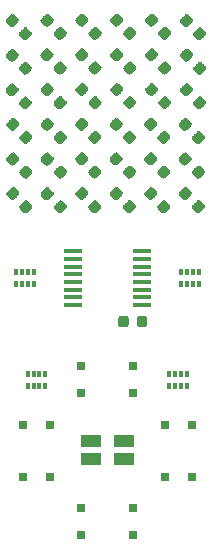
<source format=gbr>
G04 #@! TF.GenerationSoftware,KiCad,Pcbnew,(5.1.2)-1*
G04 #@! TF.CreationDate,2019-07-17T11:01:51+10:00*
G04 #@! TF.ProjectId,led-wing,6c65642d-7769-46e6-972e-6b696361645f,0*
G04 #@! TF.SameCoordinates,Original*
G04 #@! TF.FileFunction,Paste,Top*
G04 #@! TF.FilePolarity,Positive*
%FSLAX46Y46*%
G04 Gerber Fmt 4.6, Leading zero omitted, Abs format (unit mm)*
G04 Created by KiCad (PCBNEW (5.1.2)-1) date 2019-07-17 11:01:51*
%MOMM*%
%LPD*%
G04 APERTURE LIST*
%ADD10R,1.700000X1.100000*%
%ADD11R,0.800000X0.700000*%
%ADD12R,0.700000X0.800000*%
%ADD13C,0.100000*%
%ADD14C,0.875000*%
%ADD15R,1.500000X0.450000*%
%ADD16R,0.400000X0.500000*%
%ADD17R,0.300000X0.500000*%
G04 APERTURE END LIST*
D10*
X109550000Y-116375000D03*
X112350000Y-116375000D03*
X109550000Y-114875000D03*
X112350000Y-114875000D03*
D11*
X113150000Y-122800000D03*
X113150000Y-120550000D03*
X108750000Y-122800000D03*
X108750000Y-120550000D03*
D12*
X118075000Y-113475000D03*
X115825000Y-113475000D03*
X118075000Y-117875000D03*
X115825000Y-117875000D03*
X103825000Y-117875000D03*
X106075000Y-117875000D03*
X103825000Y-113475000D03*
X106075000Y-113475000D03*
D11*
X108750000Y-108550000D03*
X108750000Y-110800000D03*
X113150000Y-108550000D03*
X113150000Y-110800000D03*
D13*
G36*
X104104805Y-94478274D02*
G01*
X104126040Y-94481424D01*
X104146864Y-94486640D01*
X104167076Y-94493872D01*
X104186482Y-94503051D01*
X104204895Y-94514087D01*
X104222138Y-94526875D01*
X104238044Y-94541291D01*
X104547403Y-94850650D01*
X104561819Y-94866556D01*
X104574607Y-94883799D01*
X104585643Y-94902212D01*
X104594822Y-94921618D01*
X104602054Y-94941830D01*
X104607270Y-94962654D01*
X104610420Y-94983889D01*
X104611473Y-95005330D01*
X104610420Y-95026771D01*
X104607270Y-95048006D01*
X104602054Y-95068830D01*
X104594822Y-95089042D01*
X104585643Y-95108448D01*
X104574607Y-95126861D01*
X104561819Y-95144104D01*
X104547403Y-95160010D01*
X104185010Y-95522403D01*
X104169104Y-95536819D01*
X104151861Y-95549607D01*
X104133448Y-95560643D01*
X104114042Y-95569822D01*
X104093830Y-95577054D01*
X104073006Y-95582270D01*
X104051771Y-95585420D01*
X104030330Y-95586473D01*
X104008889Y-95585420D01*
X103987654Y-95582270D01*
X103966830Y-95577054D01*
X103946618Y-95569822D01*
X103927212Y-95560643D01*
X103908799Y-95549607D01*
X103891556Y-95536819D01*
X103875650Y-95522403D01*
X103566291Y-95213044D01*
X103551875Y-95197138D01*
X103539087Y-95179895D01*
X103528051Y-95161482D01*
X103518872Y-95142076D01*
X103511640Y-95121864D01*
X103506424Y-95101040D01*
X103503274Y-95079805D01*
X103502221Y-95058364D01*
X103503274Y-95036923D01*
X103506424Y-95015688D01*
X103511640Y-94994864D01*
X103518872Y-94974652D01*
X103528051Y-94955246D01*
X103539087Y-94936833D01*
X103551875Y-94919590D01*
X103566291Y-94903684D01*
X103928684Y-94541291D01*
X103944590Y-94526875D01*
X103961833Y-94514087D01*
X103980246Y-94503051D01*
X103999652Y-94493872D01*
X104019864Y-94486640D01*
X104040688Y-94481424D01*
X104061923Y-94478274D01*
X104083364Y-94477221D01*
X104104805Y-94478274D01*
X104104805Y-94478274D01*
G37*
D14*
X104056847Y-95031847D03*
D13*
G36*
X102991111Y-93364580D02*
G01*
X103012346Y-93367730D01*
X103033170Y-93372946D01*
X103053382Y-93380178D01*
X103072788Y-93389357D01*
X103091201Y-93400393D01*
X103108444Y-93413181D01*
X103124350Y-93427597D01*
X103433709Y-93736956D01*
X103448125Y-93752862D01*
X103460913Y-93770105D01*
X103471949Y-93788518D01*
X103481128Y-93807924D01*
X103488360Y-93828136D01*
X103493576Y-93848960D01*
X103496726Y-93870195D01*
X103497779Y-93891636D01*
X103496726Y-93913077D01*
X103493576Y-93934312D01*
X103488360Y-93955136D01*
X103481128Y-93975348D01*
X103471949Y-93994754D01*
X103460913Y-94013167D01*
X103448125Y-94030410D01*
X103433709Y-94046316D01*
X103071316Y-94408709D01*
X103055410Y-94423125D01*
X103038167Y-94435913D01*
X103019754Y-94446949D01*
X103000348Y-94456128D01*
X102980136Y-94463360D01*
X102959312Y-94468576D01*
X102938077Y-94471726D01*
X102916636Y-94472779D01*
X102895195Y-94471726D01*
X102873960Y-94468576D01*
X102853136Y-94463360D01*
X102832924Y-94456128D01*
X102813518Y-94446949D01*
X102795105Y-94435913D01*
X102777862Y-94423125D01*
X102761956Y-94408709D01*
X102452597Y-94099350D01*
X102438181Y-94083444D01*
X102425393Y-94066201D01*
X102414357Y-94047788D01*
X102405178Y-94028382D01*
X102397946Y-94008170D01*
X102392730Y-93987346D01*
X102389580Y-93966111D01*
X102388527Y-93944670D01*
X102389580Y-93923229D01*
X102392730Y-93901994D01*
X102397946Y-93881170D01*
X102405178Y-93860958D01*
X102414357Y-93841552D01*
X102425393Y-93823139D01*
X102438181Y-93805896D01*
X102452597Y-93789990D01*
X102814990Y-93427597D01*
X102830896Y-93413181D01*
X102848139Y-93400393D01*
X102866552Y-93389357D01*
X102885958Y-93380178D01*
X102906170Y-93372946D01*
X102926994Y-93367730D01*
X102948229Y-93364580D01*
X102969670Y-93363527D01*
X102991111Y-93364580D01*
X102991111Y-93364580D01*
G37*
D14*
X102943153Y-93918153D03*
D13*
G36*
X104104805Y-91548274D02*
G01*
X104126040Y-91551424D01*
X104146864Y-91556640D01*
X104167076Y-91563872D01*
X104186482Y-91573051D01*
X104204895Y-91584087D01*
X104222138Y-91596875D01*
X104238044Y-91611291D01*
X104547403Y-91920650D01*
X104561819Y-91936556D01*
X104574607Y-91953799D01*
X104585643Y-91972212D01*
X104594822Y-91991618D01*
X104602054Y-92011830D01*
X104607270Y-92032654D01*
X104610420Y-92053889D01*
X104611473Y-92075330D01*
X104610420Y-92096771D01*
X104607270Y-92118006D01*
X104602054Y-92138830D01*
X104594822Y-92159042D01*
X104585643Y-92178448D01*
X104574607Y-92196861D01*
X104561819Y-92214104D01*
X104547403Y-92230010D01*
X104185010Y-92592403D01*
X104169104Y-92606819D01*
X104151861Y-92619607D01*
X104133448Y-92630643D01*
X104114042Y-92639822D01*
X104093830Y-92647054D01*
X104073006Y-92652270D01*
X104051771Y-92655420D01*
X104030330Y-92656473D01*
X104008889Y-92655420D01*
X103987654Y-92652270D01*
X103966830Y-92647054D01*
X103946618Y-92639822D01*
X103927212Y-92630643D01*
X103908799Y-92619607D01*
X103891556Y-92606819D01*
X103875650Y-92592403D01*
X103566291Y-92283044D01*
X103551875Y-92267138D01*
X103539087Y-92249895D01*
X103528051Y-92231482D01*
X103518872Y-92212076D01*
X103511640Y-92191864D01*
X103506424Y-92171040D01*
X103503274Y-92149805D01*
X103502221Y-92128364D01*
X103503274Y-92106923D01*
X103506424Y-92085688D01*
X103511640Y-92064864D01*
X103518872Y-92044652D01*
X103528051Y-92025246D01*
X103539087Y-92006833D01*
X103551875Y-91989590D01*
X103566291Y-91973684D01*
X103928684Y-91611291D01*
X103944590Y-91596875D01*
X103961833Y-91584087D01*
X103980246Y-91573051D01*
X103999652Y-91563872D01*
X104019864Y-91556640D01*
X104040688Y-91551424D01*
X104061923Y-91548274D01*
X104083364Y-91547221D01*
X104104805Y-91548274D01*
X104104805Y-91548274D01*
G37*
D14*
X104056847Y-92101847D03*
D13*
G36*
X102991111Y-90434580D02*
G01*
X103012346Y-90437730D01*
X103033170Y-90442946D01*
X103053382Y-90450178D01*
X103072788Y-90459357D01*
X103091201Y-90470393D01*
X103108444Y-90483181D01*
X103124350Y-90497597D01*
X103433709Y-90806956D01*
X103448125Y-90822862D01*
X103460913Y-90840105D01*
X103471949Y-90858518D01*
X103481128Y-90877924D01*
X103488360Y-90898136D01*
X103493576Y-90918960D01*
X103496726Y-90940195D01*
X103497779Y-90961636D01*
X103496726Y-90983077D01*
X103493576Y-91004312D01*
X103488360Y-91025136D01*
X103481128Y-91045348D01*
X103471949Y-91064754D01*
X103460913Y-91083167D01*
X103448125Y-91100410D01*
X103433709Y-91116316D01*
X103071316Y-91478709D01*
X103055410Y-91493125D01*
X103038167Y-91505913D01*
X103019754Y-91516949D01*
X103000348Y-91526128D01*
X102980136Y-91533360D01*
X102959312Y-91538576D01*
X102938077Y-91541726D01*
X102916636Y-91542779D01*
X102895195Y-91541726D01*
X102873960Y-91538576D01*
X102853136Y-91533360D01*
X102832924Y-91526128D01*
X102813518Y-91516949D01*
X102795105Y-91505913D01*
X102777862Y-91493125D01*
X102761956Y-91478709D01*
X102452597Y-91169350D01*
X102438181Y-91153444D01*
X102425393Y-91136201D01*
X102414357Y-91117788D01*
X102405178Y-91098382D01*
X102397946Y-91078170D01*
X102392730Y-91057346D01*
X102389580Y-91036111D01*
X102388527Y-91014670D01*
X102389580Y-90993229D01*
X102392730Y-90971994D01*
X102397946Y-90951170D01*
X102405178Y-90930958D01*
X102414357Y-90911552D01*
X102425393Y-90893139D01*
X102438181Y-90875896D01*
X102452597Y-90859990D01*
X102814990Y-90497597D01*
X102830896Y-90483181D01*
X102848139Y-90470393D01*
X102866552Y-90459357D01*
X102885958Y-90450178D01*
X102906170Y-90442946D01*
X102926994Y-90437730D01*
X102948229Y-90434580D01*
X102969670Y-90433527D01*
X102991111Y-90434580D01*
X102991111Y-90434580D01*
G37*
D14*
X102943153Y-90988153D03*
D13*
G36*
X104104805Y-88618274D02*
G01*
X104126040Y-88621424D01*
X104146864Y-88626640D01*
X104167076Y-88633872D01*
X104186482Y-88643051D01*
X104204895Y-88654087D01*
X104222138Y-88666875D01*
X104238044Y-88681291D01*
X104547403Y-88990650D01*
X104561819Y-89006556D01*
X104574607Y-89023799D01*
X104585643Y-89042212D01*
X104594822Y-89061618D01*
X104602054Y-89081830D01*
X104607270Y-89102654D01*
X104610420Y-89123889D01*
X104611473Y-89145330D01*
X104610420Y-89166771D01*
X104607270Y-89188006D01*
X104602054Y-89208830D01*
X104594822Y-89229042D01*
X104585643Y-89248448D01*
X104574607Y-89266861D01*
X104561819Y-89284104D01*
X104547403Y-89300010D01*
X104185010Y-89662403D01*
X104169104Y-89676819D01*
X104151861Y-89689607D01*
X104133448Y-89700643D01*
X104114042Y-89709822D01*
X104093830Y-89717054D01*
X104073006Y-89722270D01*
X104051771Y-89725420D01*
X104030330Y-89726473D01*
X104008889Y-89725420D01*
X103987654Y-89722270D01*
X103966830Y-89717054D01*
X103946618Y-89709822D01*
X103927212Y-89700643D01*
X103908799Y-89689607D01*
X103891556Y-89676819D01*
X103875650Y-89662403D01*
X103566291Y-89353044D01*
X103551875Y-89337138D01*
X103539087Y-89319895D01*
X103528051Y-89301482D01*
X103518872Y-89282076D01*
X103511640Y-89261864D01*
X103506424Y-89241040D01*
X103503274Y-89219805D01*
X103502221Y-89198364D01*
X103503274Y-89176923D01*
X103506424Y-89155688D01*
X103511640Y-89134864D01*
X103518872Y-89114652D01*
X103528051Y-89095246D01*
X103539087Y-89076833D01*
X103551875Y-89059590D01*
X103566291Y-89043684D01*
X103928684Y-88681291D01*
X103944590Y-88666875D01*
X103961833Y-88654087D01*
X103980246Y-88643051D01*
X103999652Y-88633872D01*
X104019864Y-88626640D01*
X104040688Y-88621424D01*
X104061923Y-88618274D01*
X104083364Y-88617221D01*
X104104805Y-88618274D01*
X104104805Y-88618274D01*
G37*
D14*
X104056847Y-89171847D03*
D13*
G36*
X102991111Y-87504580D02*
G01*
X103012346Y-87507730D01*
X103033170Y-87512946D01*
X103053382Y-87520178D01*
X103072788Y-87529357D01*
X103091201Y-87540393D01*
X103108444Y-87553181D01*
X103124350Y-87567597D01*
X103433709Y-87876956D01*
X103448125Y-87892862D01*
X103460913Y-87910105D01*
X103471949Y-87928518D01*
X103481128Y-87947924D01*
X103488360Y-87968136D01*
X103493576Y-87988960D01*
X103496726Y-88010195D01*
X103497779Y-88031636D01*
X103496726Y-88053077D01*
X103493576Y-88074312D01*
X103488360Y-88095136D01*
X103481128Y-88115348D01*
X103471949Y-88134754D01*
X103460913Y-88153167D01*
X103448125Y-88170410D01*
X103433709Y-88186316D01*
X103071316Y-88548709D01*
X103055410Y-88563125D01*
X103038167Y-88575913D01*
X103019754Y-88586949D01*
X103000348Y-88596128D01*
X102980136Y-88603360D01*
X102959312Y-88608576D01*
X102938077Y-88611726D01*
X102916636Y-88612779D01*
X102895195Y-88611726D01*
X102873960Y-88608576D01*
X102853136Y-88603360D01*
X102832924Y-88596128D01*
X102813518Y-88586949D01*
X102795105Y-88575913D01*
X102777862Y-88563125D01*
X102761956Y-88548709D01*
X102452597Y-88239350D01*
X102438181Y-88223444D01*
X102425393Y-88206201D01*
X102414357Y-88187788D01*
X102405178Y-88168382D01*
X102397946Y-88148170D01*
X102392730Y-88127346D01*
X102389580Y-88106111D01*
X102388527Y-88084670D01*
X102389580Y-88063229D01*
X102392730Y-88041994D01*
X102397946Y-88021170D01*
X102405178Y-88000958D01*
X102414357Y-87981552D01*
X102425393Y-87963139D01*
X102438181Y-87945896D01*
X102452597Y-87929990D01*
X102814990Y-87567597D01*
X102830896Y-87553181D01*
X102848139Y-87540393D01*
X102866552Y-87529357D01*
X102885958Y-87520178D01*
X102906170Y-87512946D01*
X102926994Y-87507730D01*
X102948229Y-87504580D01*
X102969670Y-87503527D01*
X102991111Y-87504580D01*
X102991111Y-87504580D01*
G37*
D14*
X102943153Y-88058153D03*
D13*
G36*
X104054805Y-85688274D02*
G01*
X104076040Y-85691424D01*
X104096864Y-85696640D01*
X104117076Y-85703872D01*
X104136482Y-85713051D01*
X104154895Y-85724087D01*
X104172138Y-85736875D01*
X104188044Y-85751291D01*
X104497403Y-86060650D01*
X104511819Y-86076556D01*
X104524607Y-86093799D01*
X104535643Y-86112212D01*
X104544822Y-86131618D01*
X104552054Y-86151830D01*
X104557270Y-86172654D01*
X104560420Y-86193889D01*
X104561473Y-86215330D01*
X104560420Y-86236771D01*
X104557270Y-86258006D01*
X104552054Y-86278830D01*
X104544822Y-86299042D01*
X104535643Y-86318448D01*
X104524607Y-86336861D01*
X104511819Y-86354104D01*
X104497403Y-86370010D01*
X104135010Y-86732403D01*
X104119104Y-86746819D01*
X104101861Y-86759607D01*
X104083448Y-86770643D01*
X104064042Y-86779822D01*
X104043830Y-86787054D01*
X104023006Y-86792270D01*
X104001771Y-86795420D01*
X103980330Y-86796473D01*
X103958889Y-86795420D01*
X103937654Y-86792270D01*
X103916830Y-86787054D01*
X103896618Y-86779822D01*
X103877212Y-86770643D01*
X103858799Y-86759607D01*
X103841556Y-86746819D01*
X103825650Y-86732403D01*
X103516291Y-86423044D01*
X103501875Y-86407138D01*
X103489087Y-86389895D01*
X103478051Y-86371482D01*
X103468872Y-86352076D01*
X103461640Y-86331864D01*
X103456424Y-86311040D01*
X103453274Y-86289805D01*
X103452221Y-86268364D01*
X103453274Y-86246923D01*
X103456424Y-86225688D01*
X103461640Y-86204864D01*
X103468872Y-86184652D01*
X103478051Y-86165246D01*
X103489087Y-86146833D01*
X103501875Y-86129590D01*
X103516291Y-86113684D01*
X103878684Y-85751291D01*
X103894590Y-85736875D01*
X103911833Y-85724087D01*
X103930246Y-85713051D01*
X103949652Y-85703872D01*
X103969864Y-85696640D01*
X103990688Y-85691424D01*
X104011923Y-85688274D01*
X104033364Y-85687221D01*
X104054805Y-85688274D01*
X104054805Y-85688274D01*
G37*
D14*
X104006847Y-86241847D03*
D13*
G36*
X102941111Y-84574580D02*
G01*
X102962346Y-84577730D01*
X102983170Y-84582946D01*
X103003382Y-84590178D01*
X103022788Y-84599357D01*
X103041201Y-84610393D01*
X103058444Y-84623181D01*
X103074350Y-84637597D01*
X103383709Y-84946956D01*
X103398125Y-84962862D01*
X103410913Y-84980105D01*
X103421949Y-84998518D01*
X103431128Y-85017924D01*
X103438360Y-85038136D01*
X103443576Y-85058960D01*
X103446726Y-85080195D01*
X103447779Y-85101636D01*
X103446726Y-85123077D01*
X103443576Y-85144312D01*
X103438360Y-85165136D01*
X103431128Y-85185348D01*
X103421949Y-85204754D01*
X103410913Y-85223167D01*
X103398125Y-85240410D01*
X103383709Y-85256316D01*
X103021316Y-85618709D01*
X103005410Y-85633125D01*
X102988167Y-85645913D01*
X102969754Y-85656949D01*
X102950348Y-85666128D01*
X102930136Y-85673360D01*
X102909312Y-85678576D01*
X102888077Y-85681726D01*
X102866636Y-85682779D01*
X102845195Y-85681726D01*
X102823960Y-85678576D01*
X102803136Y-85673360D01*
X102782924Y-85666128D01*
X102763518Y-85656949D01*
X102745105Y-85645913D01*
X102727862Y-85633125D01*
X102711956Y-85618709D01*
X102402597Y-85309350D01*
X102388181Y-85293444D01*
X102375393Y-85276201D01*
X102364357Y-85257788D01*
X102355178Y-85238382D01*
X102347946Y-85218170D01*
X102342730Y-85197346D01*
X102339580Y-85176111D01*
X102338527Y-85154670D01*
X102339580Y-85133229D01*
X102342730Y-85111994D01*
X102347946Y-85091170D01*
X102355178Y-85070958D01*
X102364357Y-85051552D01*
X102375393Y-85033139D01*
X102388181Y-85015896D01*
X102402597Y-84999990D01*
X102764990Y-84637597D01*
X102780896Y-84623181D01*
X102798139Y-84610393D01*
X102816552Y-84599357D01*
X102835958Y-84590178D01*
X102856170Y-84582946D01*
X102876994Y-84577730D01*
X102898229Y-84574580D01*
X102919670Y-84573527D01*
X102941111Y-84574580D01*
X102941111Y-84574580D01*
G37*
D14*
X102893153Y-85128153D03*
D13*
G36*
X104054805Y-82758274D02*
G01*
X104076040Y-82761424D01*
X104096864Y-82766640D01*
X104117076Y-82773872D01*
X104136482Y-82783051D01*
X104154895Y-82794087D01*
X104172138Y-82806875D01*
X104188044Y-82821291D01*
X104497403Y-83130650D01*
X104511819Y-83146556D01*
X104524607Y-83163799D01*
X104535643Y-83182212D01*
X104544822Y-83201618D01*
X104552054Y-83221830D01*
X104557270Y-83242654D01*
X104560420Y-83263889D01*
X104561473Y-83285330D01*
X104560420Y-83306771D01*
X104557270Y-83328006D01*
X104552054Y-83348830D01*
X104544822Y-83369042D01*
X104535643Y-83388448D01*
X104524607Y-83406861D01*
X104511819Y-83424104D01*
X104497403Y-83440010D01*
X104135010Y-83802403D01*
X104119104Y-83816819D01*
X104101861Y-83829607D01*
X104083448Y-83840643D01*
X104064042Y-83849822D01*
X104043830Y-83857054D01*
X104023006Y-83862270D01*
X104001771Y-83865420D01*
X103980330Y-83866473D01*
X103958889Y-83865420D01*
X103937654Y-83862270D01*
X103916830Y-83857054D01*
X103896618Y-83849822D01*
X103877212Y-83840643D01*
X103858799Y-83829607D01*
X103841556Y-83816819D01*
X103825650Y-83802403D01*
X103516291Y-83493044D01*
X103501875Y-83477138D01*
X103489087Y-83459895D01*
X103478051Y-83441482D01*
X103468872Y-83422076D01*
X103461640Y-83401864D01*
X103456424Y-83381040D01*
X103453274Y-83359805D01*
X103452221Y-83338364D01*
X103453274Y-83316923D01*
X103456424Y-83295688D01*
X103461640Y-83274864D01*
X103468872Y-83254652D01*
X103478051Y-83235246D01*
X103489087Y-83216833D01*
X103501875Y-83199590D01*
X103516291Y-83183684D01*
X103878684Y-82821291D01*
X103894590Y-82806875D01*
X103911833Y-82794087D01*
X103930246Y-82783051D01*
X103949652Y-82773872D01*
X103969864Y-82766640D01*
X103990688Y-82761424D01*
X104011923Y-82758274D01*
X104033364Y-82757221D01*
X104054805Y-82758274D01*
X104054805Y-82758274D01*
G37*
D14*
X104006847Y-83311847D03*
D13*
G36*
X102941111Y-81644580D02*
G01*
X102962346Y-81647730D01*
X102983170Y-81652946D01*
X103003382Y-81660178D01*
X103022788Y-81669357D01*
X103041201Y-81680393D01*
X103058444Y-81693181D01*
X103074350Y-81707597D01*
X103383709Y-82016956D01*
X103398125Y-82032862D01*
X103410913Y-82050105D01*
X103421949Y-82068518D01*
X103431128Y-82087924D01*
X103438360Y-82108136D01*
X103443576Y-82128960D01*
X103446726Y-82150195D01*
X103447779Y-82171636D01*
X103446726Y-82193077D01*
X103443576Y-82214312D01*
X103438360Y-82235136D01*
X103431128Y-82255348D01*
X103421949Y-82274754D01*
X103410913Y-82293167D01*
X103398125Y-82310410D01*
X103383709Y-82326316D01*
X103021316Y-82688709D01*
X103005410Y-82703125D01*
X102988167Y-82715913D01*
X102969754Y-82726949D01*
X102950348Y-82736128D01*
X102930136Y-82743360D01*
X102909312Y-82748576D01*
X102888077Y-82751726D01*
X102866636Y-82752779D01*
X102845195Y-82751726D01*
X102823960Y-82748576D01*
X102803136Y-82743360D01*
X102782924Y-82736128D01*
X102763518Y-82726949D01*
X102745105Y-82715913D01*
X102727862Y-82703125D01*
X102711956Y-82688709D01*
X102402597Y-82379350D01*
X102388181Y-82363444D01*
X102375393Y-82346201D01*
X102364357Y-82327788D01*
X102355178Y-82308382D01*
X102347946Y-82288170D01*
X102342730Y-82267346D01*
X102339580Y-82246111D01*
X102338527Y-82224670D01*
X102339580Y-82203229D01*
X102342730Y-82181994D01*
X102347946Y-82161170D01*
X102355178Y-82140958D01*
X102364357Y-82121552D01*
X102375393Y-82103139D01*
X102388181Y-82085896D01*
X102402597Y-82069990D01*
X102764990Y-81707597D01*
X102780896Y-81693181D01*
X102798139Y-81680393D01*
X102816552Y-81669357D01*
X102835958Y-81660178D01*
X102856170Y-81652946D01*
X102876994Y-81647730D01*
X102898229Y-81644580D01*
X102919670Y-81643527D01*
X102941111Y-81644580D01*
X102941111Y-81644580D01*
G37*
D14*
X102893153Y-82198153D03*
D13*
G36*
X104054805Y-79828274D02*
G01*
X104076040Y-79831424D01*
X104096864Y-79836640D01*
X104117076Y-79843872D01*
X104136482Y-79853051D01*
X104154895Y-79864087D01*
X104172138Y-79876875D01*
X104188044Y-79891291D01*
X104497403Y-80200650D01*
X104511819Y-80216556D01*
X104524607Y-80233799D01*
X104535643Y-80252212D01*
X104544822Y-80271618D01*
X104552054Y-80291830D01*
X104557270Y-80312654D01*
X104560420Y-80333889D01*
X104561473Y-80355330D01*
X104560420Y-80376771D01*
X104557270Y-80398006D01*
X104552054Y-80418830D01*
X104544822Y-80439042D01*
X104535643Y-80458448D01*
X104524607Y-80476861D01*
X104511819Y-80494104D01*
X104497403Y-80510010D01*
X104135010Y-80872403D01*
X104119104Y-80886819D01*
X104101861Y-80899607D01*
X104083448Y-80910643D01*
X104064042Y-80919822D01*
X104043830Y-80927054D01*
X104023006Y-80932270D01*
X104001771Y-80935420D01*
X103980330Y-80936473D01*
X103958889Y-80935420D01*
X103937654Y-80932270D01*
X103916830Y-80927054D01*
X103896618Y-80919822D01*
X103877212Y-80910643D01*
X103858799Y-80899607D01*
X103841556Y-80886819D01*
X103825650Y-80872403D01*
X103516291Y-80563044D01*
X103501875Y-80547138D01*
X103489087Y-80529895D01*
X103478051Y-80511482D01*
X103468872Y-80492076D01*
X103461640Y-80471864D01*
X103456424Y-80451040D01*
X103453274Y-80429805D01*
X103452221Y-80408364D01*
X103453274Y-80386923D01*
X103456424Y-80365688D01*
X103461640Y-80344864D01*
X103468872Y-80324652D01*
X103478051Y-80305246D01*
X103489087Y-80286833D01*
X103501875Y-80269590D01*
X103516291Y-80253684D01*
X103878684Y-79891291D01*
X103894590Y-79876875D01*
X103911833Y-79864087D01*
X103930246Y-79853051D01*
X103949652Y-79843872D01*
X103969864Y-79836640D01*
X103990688Y-79831424D01*
X104011923Y-79828274D01*
X104033364Y-79827221D01*
X104054805Y-79828274D01*
X104054805Y-79828274D01*
G37*
D14*
X104006847Y-80381847D03*
D13*
G36*
X102941111Y-78714580D02*
G01*
X102962346Y-78717730D01*
X102983170Y-78722946D01*
X103003382Y-78730178D01*
X103022788Y-78739357D01*
X103041201Y-78750393D01*
X103058444Y-78763181D01*
X103074350Y-78777597D01*
X103383709Y-79086956D01*
X103398125Y-79102862D01*
X103410913Y-79120105D01*
X103421949Y-79138518D01*
X103431128Y-79157924D01*
X103438360Y-79178136D01*
X103443576Y-79198960D01*
X103446726Y-79220195D01*
X103447779Y-79241636D01*
X103446726Y-79263077D01*
X103443576Y-79284312D01*
X103438360Y-79305136D01*
X103431128Y-79325348D01*
X103421949Y-79344754D01*
X103410913Y-79363167D01*
X103398125Y-79380410D01*
X103383709Y-79396316D01*
X103021316Y-79758709D01*
X103005410Y-79773125D01*
X102988167Y-79785913D01*
X102969754Y-79796949D01*
X102950348Y-79806128D01*
X102930136Y-79813360D01*
X102909312Y-79818576D01*
X102888077Y-79821726D01*
X102866636Y-79822779D01*
X102845195Y-79821726D01*
X102823960Y-79818576D01*
X102803136Y-79813360D01*
X102782924Y-79806128D01*
X102763518Y-79796949D01*
X102745105Y-79785913D01*
X102727862Y-79773125D01*
X102711956Y-79758709D01*
X102402597Y-79449350D01*
X102388181Y-79433444D01*
X102375393Y-79416201D01*
X102364357Y-79397788D01*
X102355178Y-79378382D01*
X102347946Y-79358170D01*
X102342730Y-79337346D01*
X102339580Y-79316111D01*
X102338527Y-79294670D01*
X102339580Y-79273229D01*
X102342730Y-79251994D01*
X102347946Y-79231170D01*
X102355178Y-79210958D01*
X102364357Y-79191552D01*
X102375393Y-79173139D01*
X102388181Y-79155896D01*
X102402597Y-79139990D01*
X102764990Y-78777597D01*
X102780896Y-78763181D01*
X102798139Y-78750393D01*
X102816552Y-78739357D01*
X102835958Y-78730178D01*
X102856170Y-78722946D01*
X102876994Y-78717730D01*
X102898229Y-78714580D01*
X102919670Y-78713527D01*
X102941111Y-78714580D01*
X102941111Y-78714580D01*
G37*
D14*
X102893153Y-79268153D03*
D13*
G36*
X107024805Y-94490774D02*
G01*
X107046040Y-94493924D01*
X107066864Y-94499140D01*
X107087076Y-94506372D01*
X107106482Y-94515551D01*
X107124895Y-94526587D01*
X107142138Y-94539375D01*
X107158044Y-94553791D01*
X107467403Y-94863150D01*
X107481819Y-94879056D01*
X107494607Y-94896299D01*
X107505643Y-94914712D01*
X107514822Y-94934118D01*
X107522054Y-94954330D01*
X107527270Y-94975154D01*
X107530420Y-94996389D01*
X107531473Y-95017830D01*
X107530420Y-95039271D01*
X107527270Y-95060506D01*
X107522054Y-95081330D01*
X107514822Y-95101542D01*
X107505643Y-95120948D01*
X107494607Y-95139361D01*
X107481819Y-95156604D01*
X107467403Y-95172510D01*
X107105010Y-95534903D01*
X107089104Y-95549319D01*
X107071861Y-95562107D01*
X107053448Y-95573143D01*
X107034042Y-95582322D01*
X107013830Y-95589554D01*
X106993006Y-95594770D01*
X106971771Y-95597920D01*
X106950330Y-95598973D01*
X106928889Y-95597920D01*
X106907654Y-95594770D01*
X106886830Y-95589554D01*
X106866618Y-95582322D01*
X106847212Y-95573143D01*
X106828799Y-95562107D01*
X106811556Y-95549319D01*
X106795650Y-95534903D01*
X106486291Y-95225544D01*
X106471875Y-95209638D01*
X106459087Y-95192395D01*
X106448051Y-95173982D01*
X106438872Y-95154576D01*
X106431640Y-95134364D01*
X106426424Y-95113540D01*
X106423274Y-95092305D01*
X106422221Y-95070864D01*
X106423274Y-95049423D01*
X106426424Y-95028188D01*
X106431640Y-95007364D01*
X106438872Y-94987152D01*
X106448051Y-94967746D01*
X106459087Y-94949333D01*
X106471875Y-94932090D01*
X106486291Y-94916184D01*
X106848684Y-94553791D01*
X106864590Y-94539375D01*
X106881833Y-94526587D01*
X106900246Y-94515551D01*
X106919652Y-94506372D01*
X106939864Y-94499140D01*
X106960688Y-94493924D01*
X106981923Y-94490774D01*
X107003364Y-94489721D01*
X107024805Y-94490774D01*
X107024805Y-94490774D01*
G37*
D14*
X106976847Y-95044347D03*
D13*
G36*
X105911111Y-93377080D02*
G01*
X105932346Y-93380230D01*
X105953170Y-93385446D01*
X105973382Y-93392678D01*
X105992788Y-93401857D01*
X106011201Y-93412893D01*
X106028444Y-93425681D01*
X106044350Y-93440097D01*
X106353709Y-93749456D01*
X106368125Y-93765362D01*
X106380913Y-93782605D01*
X106391949Y-93801018D01*
X106401128Y-93820424D01*
X106408360Y-93840636D01*
X106413576Y-93861460D01*
X106416726Y-93882695D01*
X106417779Y-93904136D01*
X106416726Y-93925577D01*
X106413576Y-93946812D01*
X106408360Y-93967636D01*
X106401128Y-93987848D01*
X106391949Y-94007254D01*
X106380913Y-94025667D01*
X106368125Y-94042910D01*
X106353709Y-94058816D01*
X105991316Y-94421209D01*
X105975410Y-94435625D01*
X105958167Y-94448413D01*
X105939754Y-94459449D01*
X105920348Y-94468628D01*
X105900136Y-94475860D01*
X105879312Y-94481076D01*
X105858077Y-94484226D01*
X105836636Y-94485279D01*
X105815195Y-94484226D01*
X105793960Y-94481076D01*
X105773136Y-94475860D01*
X105752924Y-94468628D01*
X105733518Y-94459449D01*
X105715105Y-94448413D01*
X105697862Y-94435625D01*
X105681956Y-94421209D01*
X105372597Y-94111850D01*
X105358181Y-94095944D01*
X105345393Y-94078701D01*
X105334357Y-94060288D01*
X105325178Y-94040882D01*
X105317946Y-94020670D01*
X105312730Y-93999846D01*
X105309580Y-93978611D01*
X105308527Y-93957170D01*
X105309580Y-93935729D01*
X105312730Y-93914494D01*
X105317946Y-93893670D01*
X105325178Y-93873458D01*
X105334357Y-93854052D01*
X105345393Y-93835639D01*
X105358181Y-93818396D01*
X105372597Y-93802490D01*
X105734990Y-93440097D01*
X105750896Y-93425681D01*
X105768139Y-93412893D01*
X105786552Y-93401857D01*
X105805958Y-93392678D01*
X105826170Y-93385446D01*
X105846994Y-93380230D01*
X105868229Y-93377080D01*
X105889670Y-93376027D01*
X105911111Y-93377080D01*
X105911111Y-93377080D01*
G37*
D14*
X105863153Y-93930653D03*
D13*
G36*
X107024805Y-91550774D02*
G01*
X107046040Y-91553924D01*
X107066864Y-91559140D01*
X107087076Y-91566372D01*
X107106482Y-91575551D01*
X107124895Y-91586587D01*
X107142138Y-91599375D01*
X107158044Y-91613791D01*
X107467403Y-91923150D01*
X107481819Y-91939056D01*
X107494607Y-91956299D01*
X107505643Y-91974712D01*
X107514822Y-91994118D01*
X107522054Y-92014330D01*
X107527270Y-92035154D01*
X107530420Y-92056389D01*
X107531473Y-92077830D01*
X107530420Y-92099271D01*
X107527270Y-92120506D01*
X107522054Y-92141330D01*
X107514822Y-92161542D01*
X107505643Y-92180948D01*
X107494607Y-92199361D01*
X107481819Y-92216604D01*
X107467403Y-92232510D01*
X107105010Y-92594903D01*
X107089104Y-92609319D01*
X107071861Y-92622107D01*
X107053448Y-92633143D01*
X107034042Y-92642322D01*
X107013830Y-92649554D01*
X106993006Y-92654770D01*
X106971771Y-92657920D01*
X106950330Y-92658973D01*
X106928889Y-92657920D01*
X106907654Y-92654770D01*
X106886830Y-92649554D01*
X106866618Y-92642322D01*
X106847212Y-92633143D01*
X106828799Y-92622107D01*
X106811556Y-92609319D01*
X106795650Y-92594903D01*
X106486291Y-92285544D01*
X106471875Y-92269638D01*
X106459087Y-92252395D01*
X106448051Y-92233982D01*
X106438872Y-92214576D01*
X106431640Y-92194364D01*
X106426424Y-92173540D01*
X106423274Y-92152305D01*
X106422221Y-92130864D01*
X106423274Y-92109423D01*
X106426424Y-92088188D01*
X106431640Y-92067364D01*
X106438872Y-92047152D01*
X106448051Y-92027746D01*
X106459087Y-92009333D01*
X106471875Y-91992090D01*
X106486291Y-91976184D01*
X106848684Y-91613791D01*
X106864590Y-91599375D01*
X106881833Y-91586587D01*
X106900246Y-91575551D01*
X106919652Y-91566372D01*
X106939864Y-91559140D01*
X106960688Y-91553924D01*
X106981923Y-91550774D01*
X107003364Y-91549721D01*
X107024805Y-91550774D01*
X107024805Y-91550774D01*
G37*
D14*
X106976847Y-92104347D03*
D13*
G36*
X105911111Y-90437080D02*
G01*
X105932346Y-90440230D01*
X105953170Y-90445446D01*
X105973382Y-90452678D01*
X105992788Y-90461857D01*
X106011201Y-90472893D01*
X106028444Y-90485681D01*
X106044350Y-90500097D01*
X106353709Y-90809456D01*
X106368125Y-90825362D01*
X106380913Y-90842605D01*
X106391949Y-90861018D01*
X106401128Y-90880424D01*
X106408360Y-90900636D01*
X106413576Y-90921460D01*
X106416726Y-90942695D01*
X106417779Y-90964136D01*
X106416726Y-90985577D01*
X106413576Y-91006812D01*
X106408360Y-91027636D01*
X106401128Y-91047848D01*
X106391949Y-91067254D01*
X106380913Y-91085667D01*
X106368125Y-91102910D01*
X106353709Y-91118816D01*
X105991316Y-91481209D01*
X105975410Y-91495625D01*
X105958167Y-91508413D01*
X105939754Y-91519449D01*
X105920348Y-91528628D01*
X105900136Y-91535860D01*
X105879312Y-91541076D01*
X105858077Y-91544226D01*
X105836636Y-91545279D01*
X105815195Y-91544226D01*
X105793960Y-91541076D01*
X105773136Y-91535860D01*
X105752924Y-91528628D01*
X105733518Y-91519449D01*
X105715105Y-91508413D01*
X105697862Y-91495625D01*
X105681956Y-91481209D01*
X105372597Y-91171850D01*
X105358181Y-91155944D01*
X105345393Y-91138701D01*
X105334357Y-91120288D01*
X105325178Y-91100882D01*
X105317946Y-91080670D01*
X105312730Y-91059846D01*
X105309580Y-91038611D01*
X105308527Y-91017170D01*
X105309580Y-90995729D01*
X105312730Y-90974494D01*
X105317946Y-90953670D01*
X105325178Y-90933458D01*
X105334357Y-90914052D01*
X105345393Y-90895639D01*
X105358181Y-90878396D01*
X105372597Y-90862490D01*
X105734990Y-90500097D01*
X105750896Y-90485681D01*
X105768139Y-90472893D01*
X105786552Y-90461857D01*
X105805958Y-90452678D01*
X105826170Y-90445446D01*
X105846994Y-90440230D01*
X105868229Y-90437080D01*
X105889670Y-90436027D01*
X105911111Y-90437080D01*
X105911111Y-90437080D01*
G37*
D14*
X105863153Y-90990653D03*
D13*
G36*
X107024805Y-88610774D02*
G01*
X107046040Y-88613924D01*
X107066864Y-88619140D01*
X107087076Y-88626372D01*
X107106482Y-88635551D01*
X107124895Y-88646587D01*
X107142138Y-88659375D01*
X107158044Y-88673791D01*
X107467403Y-88983150D01*
X107481819Y-88999056D01*
X107494607Y-89016299D01*
X107505643Y-89034712D01*
X107514822Y-89054118D01*
X107522054Y-89074330D01*
X107527270Y-89095154D01*
X107530420Y-89116389D01*
X107531473Y-89137830D01*
X107530420Y-89159271D01*
X107527270Y-89180506D01*
X107522054Y-89201330D01*
X107514822Y-89221542D01*
X107505643Y-89240948D01*
X107494607Y-89259361D01*
X107481819Y-89276604D01*
X107467403Y-89292510D01*
X107105010Y-89654903D01*
X107089104Y-89669319D01*
X107071861Y-89682107D01*
X107053448Y-89693143D01*
X107034042Y-89702322D01*
X107013830Y-89709554D01*
X106993006Y-89714770D01*
X106971771Y-89717920D01*
X106950330Y-89718973D01*
X106928889Y-89717920D01*
X106907654Y-89714770D01*
X106886830Y-89709554D01*
X106866618Y-89702322D01*
X106847212Y-89693143D01*
X106828799Y-89682107D01*
X106811556Y-89669319D01*
X106795650Y-89654903D01*
X106486291Y-89345544D01*
X106471875Y-89329638D01*
X106459087Y-89312395D01*
X106448051Y-89293982D01*
X106438872Y-89274576D01*
X106431640Y-89254364D01*
X106426424Y-89233540D01*
X106423274Y-89212305D01*
X106422221Y-89190864D01*
X106423274Y-89169423D01*
X106426424Y-89148188D01*
X106431640Y-89127364D01*
X106438872Y-89107152D01*
X106448051Y-89087746D01*
X106459087Y-89069333D01*
X106471875Y-89052090D01*
X106486291Y-89036184D01*
X106848684Y-88673791D01*
X106864590Y-88659375D01*
X106881833Y-88646587D01*
X106900246Y-88635551D01*
X106919652Y-88626372D01*
X106939864Y-88619140D01*
X106960688Y-88613924D01*
X106981923Y-88610774D01*
X107003364Y-88609721D01*
X107024805Y-88610774D01*
X107024805Y-88610774D01*
G37*
D14*
X106976847Y-89164347D03*
D13*
G36*
X105911111Y-87497080D02*
G01*
X105932346Y-87500230D01*
X105953170Y-87505446D01*
X105973382Y-87512678D01*
X105992788Y-87521857D01*
X106011201Y-87532893D01*
X106028444Y-87545681D01*
X106044350Y-87560097D01*
X106353709Y-87869456D01*
X106368125Y-87885362D01*
X106380913Y-87902605D01*
X106391949Y-87921018D01*
X106401128Y-87940424D01*
X106408360Y-87960636D01*
X106413576Y-87981460D01*
X106416726Y-88002695D01*
X106417779Y-88024136D01*
X106416726Y-88045577D01*
X106413576Y-88066812D01*
X106408360Y-88087636D01*
X106401128Y-88107848D01*
X106391949Y-88127254D01*
X106380913Y-88145667D01*
X106368125Y-88162910D01*
X106353709Y-88178816D01*
X105991316Y-88541209D01*
X105975410Y-88555625D01*
X105958167Y-88568413D01*
X105939754Y-88579449D01*
X105920348Y-88588628D01*
X105900136Y-88595860D01*
X105879312Y-88601076D01*
X105858077Y-88604226D01*
X105836636Y-88605279D01*
X105815195Y-88604226D01*
X105793960Y-88601076D01*
X105773136Y-88595860D01*
X105752924Y-88588628D01*
X105733518Y-88579449D01*
X105715105Y-88568413D01*
X105697862Y-88555625D01*
X105681956Y-88541209D01*
X105372597Y-88231850D01*
X105358181Y-88215944D01*
X105345393Y-88198701D01*
X105334357Y-88180288D01*
X105325178Y-88160882D01*
X105317946Y-88140670D01*
X105312730Y-88119846D01*
X105309580Y-88098611D01*
X105308527Y-88077170D01*
X105309580Y-88055729D01*
X105312730Y-88034494D01*
X105317946Y-88013670D01*
X105325178Y-87993458D01*
X105334357Y-87974052D01*
X105345393Y-87955639D01*
X105358181Y-87938396D01*
X105372597Y-87922490D01*
X105734990Y-87560097D01*
X105750896Y-87545681D01*
X105768139Y-87532893D01*
X105786552Y-87521857D01*
X105805958Y-87512678D01*
X105826170Y-87505446D01*
X105846994Y-87500230D01*
X105868229Y-87497080D01*
X105889670Y-87496027D01*
X105911111Y-87497080D01*
X105911111Y-87497080D01*
G37*
D14*
X105863153Y-88050653D03*
D13*
G36*
X107004805Y-85670774D02*
G01*
X107026040Y-85673924D01*
X107046864Y-85679140D01*
X107067076Y-85686372D01*
X107086482Y-85695551D01*
X107104895Y-85706587D01*
X107122138Y-85719375D01*
X107138044Y-85733791D01*
X107447403Y-86043150D01*
X107461819Y-86059056D01*
X107474607Y-86076299D01*
X107485643Y-86094712D01*
X107494822Y-86114118D01*
X107502054Y-86134330D01*
X107507270Y-86155154D01*
X107510420Y-86176389D01*
X107511473Y-86197830D01*
X107510420Y-86219271D01*
X107507270Y-86240506D01*
X107502054Y-86261330D01*
X107494822Y-86281542D01*
X107485643Y-86300948D01*
X107474607Y-86319361D01*
X107461819Y-86336604D01*
X107447403Y-86352510D01*
X107085010Y-86714903D01*
X107069104Y-86729319D01*
X107051861Y-86742107D01*
X107033448Y-86753143D01*
X107014042Y-86762322D01*
X106993830Y-86769554D01*
X106973006Y-86774770D01*
X106951771Y-86777920D01*
X106930330Y-86778973D01*
X106908889Y-86777920D01*
X106887654Y-86774770D01*
X106866830Y-86769554D01*
X106846618Y-86762322D01*
X106827212Y-86753143D01*
X106808799Y-86742107D01*
X106791556Y-86729319D01*
X106775650Y-86714903D01*
X106466291Y-86405544D01*
X106451875Y-86389638D01*
X106439087Y-86372395D01*
X106428051Y-86353982D01*
X106418872Y-86334576D01*
X106411640Y-86314364D01*
X106406424Y-86293540D01*
X106403274Y-86272305D01*
X106402221Y-86250864D01*
X106403274Y-86229423D01*
X106406424Y-86208188D01*
X106411640Y-86187364D01*
X106418872Y-86167152D01*
X106428051Y-86147746D01*
X106439087Y-86129333D01*
X106451875Y-86112090D01*
X106466291Y-86096184D01*
X106828684Y-85733791D01*
X106844590Y-85719375D01*
X106861833Y-85706587D01*
X106880246Y-85695551D01*
X106899652Y-85686372D01*
X106919864Y-85679140D01*
X106940688Y-85673924D01*
X106961923Y-85670774D01*
X106983364Y-85669721D01*
X107004805Y-85670774D01*
X107004805Y-85670774D01*
G37*
D14*
X106956847Y-86224347D03*
D13*
G36*
X105891111Y-84557080D02*
G01*
X105912346Y-84560230D01*
X105933170Y-84565446D01*
X105953382Y-84572678D01*
X105972788Y-84581857D01*
X105991201Y-84592893D01*
X106008444Y-84605681D01*
X106024350Y-84620097D01*
X106333709Y-84929456D01*
X106348125Y-84945362D01*
X106360913Y-84962605D01*
X106371949Y-84981018D01*
X106381128Y-85000424D01*
X106388360Y-85020636D01*
X106393576Y-85041460D01*
X106396726Y-85062695D01*
X106397779Y-85084136D01*
X106396726Y-85105577D01*
X106393576Y-85126812D01*
X106388360Y-85147636D01*
X106381128Y-85167848D01*
X106371949Y-85187254D01*
X106360913Y-85205667D01*
X106348125Y-85222910D01*
X106333709Y-85238816D01*
X105971316Y-85601209D01*
X105955410Y-85615625D01*
X105938167Y-85628413D01*
X105919754Y-85639449D01*
X105900348Y-85648628D01*
X105880136Y-85655860D01*
X105859312Y-85661076D01*
X105838077Y-85664226D01*
X105816636Y-85665279D01*
X105795195Y-85664226D01*
X105773960Y-85661076D01*
X105753136Y-85655860D01*
X105732924Y-85648628D01*
X105713518Y-85639449D01*
X105695105Y-85628413D01*
X105677862Y-85615625D01*
X105661956Y-85601209D01*
X105352597Y-85291850D01*
X105338181Y-85275944D01*
X105325393Y-85258701D01*
X105314357Y-85240288D01*
X105305178Y-85220882D01*
X105297946Y-85200670D01*
X105292730Y-85179846D01*
X105289580Y-85158611D01*
X105288527Y-85137170D01*
X105289580Y-85115729D01*
X105292730Y-85094494D01*
X105297946Y-85073670D01*
X105305178Y-85053458D01*
X105314357Y-85034052D01*
X105325393Y-85015639D01*
X105338181Y-84998396D01*
X105352597Y-84982490D01*
X105714990Y-84620097D01*
X105730896Y-84605681D01*
X105748139Y-84592893D01*
X105766552Y-84581857D01*
X105785958Y-84572678D01*
X105806170Y-84565446D01*
X105826994Y-84560230D01*
X105848229Y-84557080D01*
X105869670Y-84556027D01*
X105891111Y-84557080D01*
X105891111Y-84557080D01*
G37*
D14*
X105843153Y-85110653D03*
D13*
G36*
X107004805Y-82730774D02*
G01*
X107026040Y-82733924D01*
X107046864Y-82739140D01*
X107067076Y-82746372D01*
X107086482Y-82755551D01*
X107104895Y-82766587D01*
X107122138Y-82779375D01*
X107138044Y-82793791D01*
X107447403Y-83103150D01*
X107461819Y-83119056D01*
X107474607Y-83136299D01*
X107485643Y-83154712D01*
X107494822Y-83174118D01*
X107502054Y-83194330D01*
X107507270Y-83215154D01*
X107510420Y-83236389D01*
X107511473Y-83257830D01*
X107510420Y-83279271D01*
X107507270Y-83300506D01*
X107502054Y-83321330D01*
X107494822Y-83341542D01*
X107485643Y-83360948D01*
X107474607Y-83379361D01*
X107461819Y-83396604D01*
X107447403Y-83412510D01*
X107085010Y-83774903D01*
X107069104Y-83789319D01*
X107051861Y-83802107D01*
X107033448Y-83813143D01*
X107014042Y-83822322D01*
X106993830Y-83829554D01*
X106973006Y-83834770D01*
X106951771Y-83837920D01*
X106930330Y-83838973D01*
X106908889Y-83837920D01*
X106887654Y-83834770D01*
X106866830Y-83829554D01*
X106846618Y-83822322D01*
X106827212Y-83813143D01*
X106808799Y-83802107D01*
X106791556Y-83789319D01*
X106775650Y-83774903D01*
X106466291Y-83465544D01*
X106451875Y-83449638D01*
X106439087Y-83432395D01*
X106428051Y-83413982D01*
X106418872Y-83394576D01*
X106411640Y-83374364D01*
X106406424Y-83353540D01*
X106403274Y-83332305D01*
X106402221Y-83310864D01*
X106403274Y-83289423D01*
X106406424Y-83268188D01*
X106411640Y-83247364D01*
X106418872Y-83227152D01*
X106428051Y-83207746D01*
X106439087Y-83189333D01*
X106451875Y-83172090D01*
X106466291Y-83156184D01*
X106828684Y-82793791D01*
X106844590Y-82779375D01*
X106861833Y-82766587D01*
X106880246Y-82755551D01*
X106899652Y-82746372D01*
X106919864Y-82739140D01*
X106940688Y-82733924D01*
X106961923Y-82730774D01*
X106983364Y-82729721D01*
X107004805Y-82730774D01*
X107004805Y-82730774D01*
G37*
D14*
X106956847Y-83284347D03*
D13*
G36*
X105891111Y-81617080D02*
G01*
X105912346Y-81620230D01*
X105933170Y-81625446D01*
X105953382Y-81632678D01*
X105972788Y-81641857D01*
X105991201Y-81652893D01*
X106008444Y-81665681D01*
X106024350Y-81680097D01*
X106333709Y-81989456D01*
X106348125Y-82005362D01*
X106360913Y-82022605D01*
X106371949Y-82041018D01*
X106381128Y-82060424D01*
X106388360Y-82080636D01*
X106393576Y-82101460D01*
X106396726Y-82122695D01*
X106397779Y-82144136D01*
X106396726Y-82165577D01*
X106393576Y-82186812D01*
X106388360Y-82207636D01*
X106381128Y-82227848D01*
X106371949Y-82247254D01*
X106360913Y-82265667D01*
X106348125Y-82282910D01*
X106333709Y-82298816D01*
X105971316Y-82661209D01*
X105955410Y-82675625D01*
X105938167Y-82688413D01*
X105919754Y-82699449D01*
X105900348Y-82708628D01*
X105880136Y-82715860D01*
X105859312Y-82721076D01*
X105838077Y-82724226D01*
X105816636Y-82725279D01*
X105795195Y-82724226D01*
X105773960Y-82721076D01*
X105753136Y-82715860D01*
X105732924Y-82708628D01*
X105713518Y-82699449D01*
X105695105Y-82688413D01*
X105677862Y-82675625D01*
X105661956Y-82661209D01*
X105352597Y-82351850D01*
X105338181Y-82335944D01*
X105325393Y-82318701D01*
X105314357Y-82300288D01*
X105305178Y-82280882D01*
X105297946Y-82260670D01*
X105292730Y-82239846D01*
X105289580Y-82218611D01*
X105288527Y-82197170D01*
X105289580Y-82175729D01*
X105292730Y-82154494D01*
X105297946Y-82133670D01*
X105305178Y-82113458D01*
X105314357Y-82094052D01*
X105325393Y-82075639D01*
X105338181Y-82058396D01*
X105352597Y-82042490D01*
X105714990Y-81680097D01*
X105730896Y-81665681D01*
X105748139Y-81652893D01*
X105766552Y-81641857D01*
X105785958Y-81632678D01*
X105806170Y-81625446D01*
X105826994Y-81620230D01*
X105848229Y-81617080D01*
X105869670Y-81616027D01*
X105891111Y-81617080D01*
X105891111Y-81617080D01*
G37*
D14*
X105843153Y-82170653D03*
D13*
G36*
X107004805Y-79790774D02*
G01*
X107026040Y-79793924D01*
X107046864Y-79799140D01*
X107067076Y-79806372D01*
X107086482Y-79815551D01*
X107104895Y-79826587D01*
X107122138Y-79839375D01*
X107138044Y-79853791D01*
X107447403Y-80163150D01*
X107461819Y-80179056D01*
X107474607Y-80196299D01*
X107485643Y-80214712D01*
X107494822Y-80234118D01*
X107502054Y-80254330D01*
X107507270Y-80275154D01*
X107510420Y-80296389D01*
X107511473Y-80317830D01*
X107510420Y-80339271D01*
X107507270Y-80360506D01*
X107502054Y-80381330D01*
X107494822Y-80401542D01*
X107485643Y-80420948D01*
X107474607Y-80439361D01*
X107461819Y-80456604D01*
X107447403Y-80472510D01*
X107085010Y-80834903D01*
X107069104Y-80849319D01*
X107051861Y-80862107D01*
X107033448Y-80873143D01*
X107014042Y-80882322D01*
X106993830Y-80889554D01*
X106973006Y-80894770D01*
X106951771Y-80897920D01*
X106930330Y-80898973D01*
X106908889Y-80897920D01*
X106887654Y-80894770D01*
X106866830Y-80889554D01*
X106846618Y-80882322D01*
X106827212Y-80873143D01*
X106808799Y-80862107D01*
X106791556Y-80849319D01*
X106775650Y-80834903D01*
X106466291Y-80525544D01*
X106451875Y-80509638D01*
X106439087Y-80492395D01*
X106428051Y-80473982D01*
X106418872Y-80454576D01*
X106411640Y-80434364D01*
X106406424Y-80413540D01*
X106403274Y-80392305D01*
X106402221Y-80370864D01*
X106403274Y-80349423D01*
X106406424Y-80328188D01*
X106411640Y-80307364D01*
X106418872Y-80287152D01*
X106428051Y-80267746D01*
X106439087Y-80249333D01*
X106451875Y-80232090D01*
X106466291Y-80216184D01*
X106828684Y-79853791D01*
X106844590Y-79839375D01*
X106861833Y-79826587D01*
X106880246Y-79815551D01*
X106899652Y-79806372D01*
X106919864Y-79799140D01*
X106940688Y-79793924D01*
X106961923Y-79790774D01*
X106983364Y-79789721D01*
X107004805Y-79790774D01*
X107004805Y-79790774D01*
G37*
D14*
X106956847Y-80344347D03*
D13*
G36*
X105891111Y-78677080D02*
G01*
X105912346Y-78680230D01*
X105933170Y-78685446D01*
X105953382Y-78692678D01*
X105972788Y-78701857D01*
X105991201Y-78712893D01*
X106008444Y-78725681D01*
X106024350Y-78740097D01*
X106333709Y-79049456D01*
X106348125Y-79065362D01*
X106360913Y-79082605D01*
X106371949Y-79101018D01*
X106381128Y-79120424D01*
X106388360Y-79140636D01*
X106393576Y-79161460D01*
X106396726Y-79182695D01*
X106397779Y-79204136D01*
X106396726Y-79225577D01*
X106393576Y-79246812D01*
X106388360Y-79267636D01*
X106381128Y-79287848D01*
X106371949Y-79307254D01*
X106360913Y-79325667D01*
X106348125Y-79342910D01*
X106333709Y-79358816D01*
X105971316Y-79721209D01*
X105955410Y-79735625D01*
X105938167Y-79748413D01*
X105919754Y-79759449D01*
X105900348Y-79768628D01*
X105880136Y-79775860D01*
X105859312Y-79781076D01*
X105838077Y-79784226D01*
X105816636Y-79785279D01*
X105795195Y-79784226D01*
X105773960Y-79781076D01*
X105753136Y-79775860D01*
X105732924Y-79768628D01*
X105713518Y-79759449D01*
X105695105Y-79748413D01*
X105677862Y-79735625D01*
X105661956Y-79721209D01*
X105352597Y-79411850D01*
X105338181Y-79395944D01*
X105325393Y-79378701D01*
X105314357Y-79360288D01*
X105305178Y-79340882D01*
X105297946Y-79320670D01*
X105292730Y-79299846D01*
X105289580Y-79278611D01*
X105288527Y-79257170D01*
X105289580Y-79235729D01*
X105292730Y-79214494D01*
X105297946Y-79193670D01*
X105305178Y-79173458D01*
X105314357Y-79154052D01*
X105325393Y-79135639D01*
X105338181Y-79118396D01*
X105352597Y-79102490D01*
X105714990Y-78740097D01*
X105730896Y-78725681D01*
X105748139Y-78712893D01*
X105766552Y-78701857D01*
X105785958Y-78692678D01*
X105806170Y-78685446D01*
X105826994Y-78680230D01*
X105848229Y-78677080D01*
X105869670Y-78676027D01*
X105891111Y-78677080D01*
X105891111Y-78677080D01*
G37*
D14*
X105843153Y-79230653D03*
D13*
G36*
X109944805Y-94478274D02*
G01*
X109966040Y-94481424D01*
X109986864Y-94486640D01*
X110007076Y-94493872D01*
X110026482Y-94503051D01*
X110044895Y-94514087D01*
X110062138Y-94526875D01*
X110078044Y-94541291D01*
X110387403Y-94850650D01*
X110401819Y-94866556D01*
X110414607Y-94883799D01*
X110425643Y-94902212D01*
X110434822Y-94921618D01*
X110442054Y-94941830D01*
X110447270Y-94962654D01*
X110450420Y-94983889D01*
X110451473Y-95005330D01*
X110450420Y-95026771D01*
X110447270Y-95048006D01*
X110442054Y-95068830D01*
X110434822Y-95089042D01*
X110425643Y-95108448D01*
X110414607Y-95126861D01*
X110401819Y-95144104D01*
X110387403Y-95160010D01*
X110025010Y-95522403D01*
X110009104Y-95536819D01*
X109991861Y-95549607D01*
X109973448Y-95560643D01*
X109954042Y-95569822D01*
X109933830Y-95577054D01*
X109913006Y-95582270D01*
X109891771Y-95585420D01*
X109870330Y-95586473D01*
X109848889Y-95585420D01*
X109827654Y-95582270D01*
X109806830Y-95577054D01*
X109786618Y-95569822D01*
X109767212Y-95560643D01*
X109748799Y-95549607D01*
X109731556Y-95536819D01*
X109715650Y-95522403D01*
X109406291Y-95213044D01*
X109391875Y-95197138D01*
X109379087Y-95179895D01*
X109368051Y-95161482D01*
X109358872Y-95142076D01*
X109351640Y-95121864D01*
X109346424Y-95101040D01*
X109343274Y-95079805D01*
X109342221Y-95058364D01*
X109343274Y-95036923D01*
X109346424Y-95015688D01*
X109351640Y-94994864D01*
X109358872Y-94974652D01*
X109368051Y-94955246D01*
X109379087Y-94936833D01*
X109391875Y-94919590D01*
X109406291Y-94903684D01*
X109768684Y-94541291D01*
X109784590Y-94526875D01*
X109801833Y-94514087D01*
X109820246Y-94503051D01*
X109839652Y-94493872D01*
X109859864Y-94486640D01*
X109880688Y-94481424D01*
X109901923Y-94478274D01*
X109923364Y-94477221D01*
X109944805Y-94478274D01*
X109944805Y-94478274D01*
G37*
D14*
X109896847Y-95031847D03*
D13*
G36*
X108831111Y-93364580D02*
G01*
X108852346Y-93367730D01*
X108873170Y-93372946D01*
X108893382Y-93380178D01*
X108912788Y-93389357D01*
X108931201Y-93400393D01*
X108948444Y-93413181D01*
X108964350Y-93427597D01*
X109273709Y-93736956D01*
X109288125Y-93752862D01*
X109300913Y-93770105D01*
X109311949Y-93788518D01*
X109321128Y-93807924D01*
X109328360Y-93828136D01*
X109333576Y-93848960D01*
X109336726Y-93870195D01*
X109337779Y-93891636D01*
X109336726Y-93913077D01*
X109333576Y-93934312D01*
X109328360Y-93955136D01*
X109321128Y-93975348D01*
X109311949Y-93994754D01*
X109300913Y-94013167D01*
X109288125Y-94030410D01*
X109273709Y-94046316D01*
X108911316Y-94408709D01*
X108895410Y-94423125D01*
X108878167Y-94435913D01*
X108859754Y-94446949D01*
X108840348Y-94456128D01*
X108820136Y-94463360D01*
X108799312Y-94468576D01*
X108778077Y-94471726D01*
X108756636Y-94472779D01*
X108735195Y-94471726D01*
X108713960Y-94468576D01*
X108693136Y-94463360D01*
X108672924Y-94456128D01*
X108653518Y-94446949D01*
X108635105Y-94435913D01*
X108617862Y-94423125D01*
X108601956Y-94408709D01*
X108292597Y-94099350D01*
X108278181Y-94083444D01*
X108265393Y-94066201D01*
X108254357Y-94047788D01*
X108245178Y-94028382D01*
X108237946Y-94008170D01*
X108232730Y-93987346D01*
X108229580Y-93966111D01*
X108228527Y-93944670D01*
X108229580Y-93923229D01*
X108232730Y-93901994D01*
X108237946Y-93881170D01*
X108245178Y-93860958D01*
X108254357Y-93841552D01*
X108265393Y-93823139D01*
X108278181Y-93805896D01*
X108292597Y-93789990D01*
X108654990Y-93427597D01*
X108670896Y-93413181D01*
X108688139Y-93400393D01*
X108706552Y-93389357D01*
X108725958Y-93380178D01*
X108746170Y-93372946D01*
X108766994Y-93367730D01*
X108788229Y-93364580D01*
X108809670Y-93363527D01*
X108831111Y-93364580D01*
X108831111Y-93364580D01*
G37*
D14*
X108783153Y-93918153D03*
D13*
G36*
X109944805Y-91540774D02*
G01*
X109966040Y-91543924D01*
X109986864Y-91549140D01*
X110007076Y-91556372D01*
X110026482Y-91565551D01*
X110044895Y-91576587D01*
X110062138Y-91589375D01*
X110078044Y-91603791D01*
X110387403Y-91913150D01*
X110401819Y-91929056D01*
X110414607Y-91946299D01*
X110425643Y-91964712D01*
X110434822Y-91984118D01*
X110442054Y-92004330D01*
X110447270Y-92025154D01*
X110450420Y-92046389D01*
X110451473Y-92067830D01*
X110450420Y-92089271D01*
X110447270Y-92110506D01*
X110442054Y-92131330D01*
X110434822Y-92151542D01*
X110425643Y-92170948D01*
X110414607Y-92189361D01*
X110401819Y-92206604D01*
X110387403Y-92222510D01*
X110025010Y-92584903D01*
X110009104Y-92599319D01*
X109991861Y-92612107D01*
X109973448Y-92623143D01*
X109954042Y-92632322D01*
X109933830Y-92639554D01*
X109913006Y-92644770D01*
X109891771Y-92647920D01*
X109870330Y-92648973D01*
X109848889Y-92647920D01*
X109827654Y-92644770D01*
X109806830Y-92639554D01*
X109786618Y-92632322D01*
X109767212Y-92623143D01*
X109748799Y-92612107D01*
X109731556Y-92599319D01*
X109715650Y-92584903D01*
X109406291Y-92275544D01*
X109391875Y-92259638D01*
X109379087Y-92242395D01*
X109368051Y-92223982D01*
X109358872Y-92204576D01*
X109351640Y-92184364D01*
X109346424Y-92163540D01*
X109343274Y-92142305D01*
X109342221Y-92120864D01*
X109343274Y-92099423D01*
X109346424Y-92078188D01*
X109351640Y-92057364D01*
X109358872Y-92037152D01*
X109368051Y-92017746D01*
X109379087Y-91999333D01*
X109391875Y-91982090D01*
X109406291Y-91966184D01*
X109768684Y-91603791D01*
X109784590Y-91589375D01*
X109801833Y-91576587D01*
X109820246Y-91565551D01*
X109839652Y-91556372D01*
X109859864Y-91549140D01*
X109880688Y-91543924D01*
X109901923Y-91540774D01*
X109923364Y-91539721D01*
X109944805Y-91540774D01*
X109944805Y-91540774D01*
G37*
D14*
X109896847Y-92094347D03*
D13*
G36*
X108831111Y-90427080D02*
G01*
X108852346Y-90430230D01*
X108873170Y-90435446D01*
X108893382Y-90442678D01*
X108912788Y-90451857D01*
X108931201Y-90462893D01*
X108948444Y-90475681D01*
X108964350Y-90490097D01*
X109273709Y-90799456D01*
X109288125Y-90815362D01*
X109300913Y-90832605D01*
X109311949Y-90851018D01*
X109321128Y-90870424D01*
X109328360Y-90890636D01*
X109333576Y-90911460D01*
X109336726Y-90932695D01*
X109337779Y-90954136D01*
X109336726Y-90975577D01*
X109333576Y-90996812D01*
X109328360Y-91017636D01*
X109321128Y-91037848D01*
X109311949Y-91057254D01*
X109300913Y-91075667D01*
X109288125Y-91092910D01*
X109273709Y-91108816D01*
X108911316Y-91471209D01*
X108895410Y-91485625D01*
X108878167Y-91498413D01*
X108859754Y-91509449D01*
X108840348Y-91518628D01*
X108820136Y-91525860D01*
X108799312Y-91531076D01*
X108778077Y-91534226D01*
X108756636Y-91535279D01*
X108735195Y-91534226D01*
X108713960Y-91531076D01*
X108693136Y-91525860D01*
X108672924Y-91518628D01*
X108653518Y-91509449D01*
X108635105Y-91498413D01*
X108617862Y-91485625D01*
X108601956Y-91471209D01*
X108292597Y-91161850D01*
X108278181Y-91145944D01*
X108265393Y-91128701D01*
X108254357Y-91110288D01*
X108245178Y-91090882D01*
X108237946Y-91070670D01*
X108232730Y-91049846D01*
X108229580Y-91028611D01*
X108228527Y-91007170D01*
X108229580Y-90985729D01*
X108232730Y-90964494D01*
X108237946Y-90943670D01*
X108245178Y-90923458D01*
X108254357Y-90904052D01*
X108265393Y-90885639D01*
X108278181Y-90868396D01*
X108292597Y-90852490D01*
X108654990Y-90490097D01*
X108670896Y-90475681D01*
X108688139Y-90462893D01*
X108706552Y-90451857D01*
X108725958Y-90442678D01*
X108746170Y-90435446D01*
X108766994Y-90430230D01*
X108788229Y-90427080D01*
X108809670Y-90426027D01*
X108831111Y-90427080D01*
X108831111Y-90427080D01*
G37*
D14*
X108783153Y-90980653D03*
D13*
G36*
X109944805Y-88603274D02*
G01*
X109966040Y-88606424D01*
X109986864Y-88611640D01*
X110007076Y-88618872D01*
X110026482Y-88628051D01*
X110044895Y-88639087D01*
X110062138Y-88651875D01*
X110078044Y-88666291D01*
X110387403Y-88975650D01*
X110401819Y-88991556D01*
X110414607Y-89008799D01*
X110425643Y-89027212D01*
X110434822Y-89046618D01*
X110442054Y-89066830D01*
X110447270Y-89087654D01*
X110450420Y-89108889D01*
X110451473Y-89130330D01*
X110450420Y-89151771D01*
X110447270Y-89173006D01*
X110442054Y-89193830D01*
X110434822Y-89214042D01*
X110425643Y-89233448D01*
X110414607Y-89251861D01*
X110401819Y-89269104D01*
X110387403Y-89285010D01*
X110025010Y-89647403D01*
X110009104Y-89661819D01*
X109991861Y-89674607D01*
X109973448Y-89685643D01*
X109954042Y-89694822D01*
X109933830Y-89702054D01*
X109913006Y-89707270D01*
X109891771Y-89710420D01*
X109870330Y-89711473D01*
X109848889Y-89710420D01*
X109827654Y-89707270D01*
X109806830Y-89702054D01*
X109786618Y-89694822D01*
X109767212Y-89685643D01*
X109748799Y-89674607D01*
X109731556Y-89661819D01*
X109715650Y-89647403D01*
X109406291Y-89338044D01*
X109391875Y-89322138D01*
X109379087Y-89304895D01*
X109368051Y-89286482D01*
X109358872Y-89267076D01*
X109351640Y-89246864D01*
X109346424Y-89226040D01*
X109343274Y-89204805D01*
X109342221Y-89183364D01*
X109343274Y-89161923D01*
X109346424Y-89140688D01*
X109351640Y-89119864D01*
X109358872Y-89099652D01*
X109368051Y-89080246D01*
X109379087Y-89061833D01*
X109391875Y-89044590D01*
X109406291Y-89028684D01*
X109768684Y-88666291D01*
X109784590Y-88651875D01*
X109801833Y-88639087D01*
X109820246Y-88628051D01*
X109839652Y-88618872D01*
X109859864Y-88611640D01*
X109880688Y-88606424D01*
X109901923Y-88603274D01*
X109923364Y-88602221D01*
X109944805Y-88603274D01*
X109944805Y-88603274D01*
G37*
D14*
X109896847Y-89156847D03*
D13*
G36*
X108831111Y-87489580D02*
G01*
X108852346Y-87492730D01*
X108873170Y-87497946D01*
X108893382Y-87505178D01*
X108912788Y-87514357D01*
X108931201Y-87525393D01*
X108948444Y-87538181D01*
X108964350Y-87552597D01*
X109273709Y-87861956D01*
X109288125Y-87877862D01*
X109300913Y-87895105D01*
X109311949Y-87913518D01*
X109321128Y-87932924D01*
X109328360Y-87953136D01*
X109333576Y-87973960D01*
X109336726Y-87995195D01*
X109337779Y-88016636D01*
X109336726Y-88038077D01*
X109333576Y-88059312D01*
X109328360Y-88080136D01*
X109321128Y-88100348D01*
X109311949Y-88119754D01*
X109300913Y-88138167D01*
X109288125Y-88155410D01*
X109273709Y-88171316D01*
X108911316Y-88533709D01*
X108895410Y-88548125D01*
X108878167Y-88560913D01*
X108859754Y-88571949D01*
X108840348Y-88581128D01*
X108820136Y-88588360D01*
X108799312Y-88593576D01*
X108778077Y-88596726D01*
X108756636Y-88597779D01*
X108735195Y-88596726D01*
X108713960Y-88593576D01*
X108693136Y-88588360D01*
X108672924Y-88581128D01*
X108653518Y-88571949D01*
X108635105Y-88560913D01*
X108617862Y-88548125D01*
X108601956Y-88533709D01*
X108292597Y-88224350D01*
X108278181Y-88208444D01*
X108265393Y-88191201D01*
X108254357Y-88172788D01*
X108245178Y-88153382D01*
X108237946Y-88133170D01*
X108232730Y-88112346D01*
X108229580Y-88091111D01*
X108228527Y-88069670D01*
X108229580Y-88048229D01*
X108232730Y-88026994D01*
X108237946Y-88006170D01*
X108245178Y-87985958D01*
X108254357Y-87966552D01*
X108265393Y-87948139D01*
X108278181Y-87930896D01*
X108292597Y-87914990D01*
X108654990Y-87552597D01*
X108670896Y-87538181D01*
X108688139Y-87525393D01*
X108706552Y-87514357D01*
X108725958Y-87505178D01*
X108746170Y-87497946D01*
X108766994Y-87492730D01*
X108788229Y-87489580D01*
X108809670Y-87488527D01*
X108831111Y-87489580D01*
X108831111Y-87489580D01*
G37*
D14*
X108783153Y-88043153D03*
D13*
G36*
X109954805Y-85665774D02*
G01*
X109976040Y-85668924D01*
X109996864Y-85674140D01*
X110017076Y-85681372D01*
X110036482Y-85690551D01*
X110054895Y-85701587D01*
X110072138Y-85714375D01*
X110088044Y-85728791D01*
X110397403Y-86038150D01*
X110411819Y-86054056D01*
X110424607Y-86071299D01*
X110435643Y-86089712D01*
X110444822Y-86109118D01*
X110452054Y-86129330D01*
X110457270Y-86150154D01*
X110460420Y-86171389D01*
X110461473Y-86192830D01*
X110460420Y-86214271D01*
X110457270Y-86235506D01*
X110452054Y-86256330D01*
X110444822Y-86276542D01*
X110435643Y-86295948D01*
X110424607Y-86314361D01*
X110411819Y-86331604D01*
X110397403Y-86347510D01*
X110035010Y-86709903D01*
X110019104Y-86724319D01*
X110001861Y-86737107D01*
X109983448Y-86748143D01*
X109964042Y-86757322D01*
X109943830Y-86764554D01*
X109923006Y-86769770D01*
X109901771Y-86772920D01*
X109880330Y-86773973D01*
X109858889Y-86772920D01*
X109837654Y-86769770D01*
X109816830Y-86764554D01*
X109796618Y-86757322D01*
X109777212Y-86748143D01*
X109758799Y-86737107D01*
X109741556Y-86724319D01*
X109725650Y-86709903D01*
X109416291Y-86400544D01*
X109401875Y-86384638D01*
X109389087Y-86367395D01*
X109378051Y-86348982D01*
X109368872Y-86329576D01*
X109361640Y-86309364D01*
X109356424Y-86288540D01*
X109353274Y-86267305D01*
X109352221Y-86245864D01*
X109353274Y-86224423D01*
X109356424Y-86203188D01*
X109361640Y-86182364D01*
X109368872Y-86162152D01*
X109378051Y-86142746D01*
X109389087Y-86124333D01*
X109401875Y-86107090D01*
X109416291Y-86091184D01*
X109778684Y-85728791D01*
X109794590Y-85714375D01*
X109811833Y-85701587D01*
X109830246Y-85690551D01*
X109849652Y-85681372D01*
X109869864Y-85674140D01*
X109890688Y-85668924D01*
X109911923Y-85665774D01*
X109933364Y-85664721D01*
X109954805Y-85665774D01*
X109954805Y-85665774D01*
G37*
D14*
X109906847Y-86219347D03*
D13*
G36*
X108841111Y-84552080D02*
G01*
X108862346Y-84555230D01*
X108883170Y-84560446D01*
X108903382Y-84567678D01*
X108922788Y-84576857D01*
X108941201Y-84587893D01*
X108958444Y-84600681D01*
X108974350Y-84615097D01*
X109283709Y-84924456D01*
X109298125Y-84940362D01*
X109310913Y-84957605D01*
X109321949Y-84976018D01*
X109331128Y-84995424D01*
X109338360Y-85015636D01*
X109343576Y-85036460D01*
X109346726Y-85057695D01*
X109347779Y-85079136D01*
X109346726Y-85100577D01*
X109343576Y-85121812D01*
X109338360Y-85142636D01*
X109331128Y-85162848D01*
X109321949Y-85182254D01*
X109310913Y-85200667D01*
X109298125Y-85217910D01*
X109283709Y-85233816D01*
X108921316Y-85596209D01*
X108905410Y-85610625D01*
X108888167Y-85623413D01*
X108869754Y-85634449D01*
X108850348Y-85643628D01*
X108830136Y-85650860D01*
X108809312Y-85656076D01*
X108788077Y-85659226D01*
X108766636Y-85660279D01*
X108745195Y-85659226D01*
X108723960Y-85656076D01*
X108703136Y-85650860D01*
X108682924Y-85643628D01*
X108663518Y-85634449D01*
X108645105Y-85623413D01*
X108627862Y-85610625D01*
X108611956Y-85596209D01*
X108302597Y-85286850D01*
X108288181Y-85270944D01*
X108275393Y-85253701D01*
X108264357Y-85235288D01*
X108255178Y-85215882D01*
X108247946Y-85195670D01*
X108242730Y-85174846D01*
X108239580Y-85153611D01*
X108238527Y-85132170D01*
X108239580Y-85110729D01*
X108242730Y-85089494D01*
X108247946Y-85068670D01*
X108255178Y-85048458D01*
X108264357Y-85029052D01*
X108275393Y-85010639D01*
X108288181Y-84993396D01*
X108302597Y-84977490D01*
X108664990Y-84615097D01*
X108680896Y-84600681D01*
X108698139Y-84587893D01*
X108716552Y-84576857D01*
X108735958Y-84567678D01*
X108756170Y-84560446D01*
X108776994Y-84555230D01*
X108798229Y-84552080D01*
X108819670Y-84551027D01*
X108841111Y-84552080D01*
X108841111Y-84552080D01*
G37*
D14*
X108793153Y-85105653D03*
D13*
G36*
X109954805Y-82728274D02*
G01*
X109976040Y-82731424D01*
X109996864Y-82736640D01*
X110017076Y-82743872D01*
X110036482Y-82753051D01*
X110054895Y-82764087D01*
X110072138Y-82776875D01*
X110088044Y-82791291D01*
X110397403Y-83100650D01*
X110411819Y-83116556D01*
X110424607Y-83133799D01*
X110435643Y-83152212D01*
X110444822Y-83171618D01*
X110452054Y-83191830D01*
X110457270Y-83212654D01*
X110460420Y-83233889D01*
X110461473Y-83255330D01*
X110460420Y-83276771D01*
X110457270Y-83298006D01*
X110452054Y-83318830D01*
X110444822Y-83339042D01*
X110435643Y-83358448D01*
X110424607Y-83376861D01*
X110411819Y-83394104D01*
X110397403Y-83410010D01*
X110035010Y-83772403D01*
X110019104Y-83786819D01*
X110001861Y-83799607D01*
X109983448Y-83810643D01*
X109964042Y-83819822D01*
X109943830Y-83827054D01*
X109923006Y-83832270D01*
X109901771Y-83835420D01*
X109880330Y-83836473D01*
X109858889Y-83835420D01*
X109837654Y-83832270D01*
X109816830Y-83827054D01*
X109796618Y-83819822D01*
X109777212Y-83810643D01*
X109758799Y-83799607D01*
X109741556Y-83786819D01*
X109725650Y-83772403D01*
X109416291Y-83463044D01*
X109401875Y-83447138D01*
X109389087Y-83429895D01*
X109378051Y-83411482D01*
X109368872Y-83392076D01*
X109361640Y-83371864D01*
X109356424Y-83351040D01*
X109353274Y-83329805D01*
X109352221Y-83308364D01*
X109353274Y-83286923D01*
X109356424Y-83265688D01*
X109361640Y-83244864D01*
X109368872Y-83224652D01*
X109378051Y-83205246D01*
X109389087Y-83186833D01*
X109401875Y-83169590D01*
X109416291Y-83153684D01*
X109778684Y-82791291D01*
X109794590Y-82776875D01*
X109811833Y-82764087D01*
X109830246Y-82753051D01*
X109849652Y-82743872D01*
X109869864Y-82736640D01*
X109890688Y-82731424D01*
X109911923Y-82728274D01*
X109933364Y-82727221D01*
X109954805Y-82728274D01*
X109954805Y-82728274D01*
G37*
D14*
X109906847Y-83281847D03*
D13*
G36*
X108841111Y-81614580D02*
G01*
X108862346Y-81617730D01*
X108883170Y-81622946D01*
X108903382Y-81630178D01*
X108922788Y-81639357D01*
X108941201Y-81650393D01*
X108958444Y-81663181D01*
X108974350Y-81677597D01*
X109283709Y-81986956D01*
X109298125Y-82002862D01*
X109310913Y-82020105D01*
X109321949Y-82038518D01*
X109331128Y-82057924D01*
X109338360Y-82078136D01*
X109343576Y-82098960D01*
X109346726Y-82120195D01*
X109347779Y-82141636D01*
X109346726Y-82163077D01*
X109343576Y-82184312D01*
X109338360Y-82205136D01*
X109331128Y-82225348D01*
X109321949Y-82244754D01*
X109310913Y-82263167D01*
X109298125Y-82280410D01*
X109283709Y-82296316D01*
X108921316Y-82658709D01*
X108905410Y-82673125D01*
X108888167Y-82685913D01*
X108869754Y-82696949D01*
X108850348Y-82706128D01*
X108830136Y-82713360D01*
X108809312Y-82718576D01*
X108788077Y-82721726D01*
X108766636Y-82722779D01*
X108745195Y-82721726D01*
X108723960Y-82718576D01*
X108703136Y-82713360D01*
X108682924Y-82706128D01*
X108663518Y-82696949D01*
X108645105Y-82685913D01*
X108627862Y-82673125D01*
X108611956Y-82658709D01*
X108302597Y-82349350D01*
X108288181Y-82333444D01*
X108275393Y-82316201D01*
X108264357Y-82297788D01*
X108255178Y-82278382D01*
X108247946Y-82258170D01*
X108242730Y-82237346D01*
X108239580Y-82216111D01*
X108238527Y-82194670D01*
X108239580Y-82173229D01*
X108242730Y-82151994D01*
X108247946Y-82131170D01*
X108255178Y-82110958D01*
X108264357Y-82091552D01*
X108275393Y-82073139D01*
X108288181Y-82055896D01*
X108302597Y-82039990D01*
X108664990Y-81677597D01*
X108680896Y-81663181D01*
X108698139Y-81650393D01*
X108716552Y-81639357D01*
X108735958Y-81630178D01*
X108756170Y-81622946D01*
X108776994Y-81617730D01*
X108798229Y-81614580D01*
X108819670Y-81613527D01*
X108841111Y-81614580D01*
X108841111Y-81614580D01*
G37*
D14*
X108793153Y-82168153D03*
D13*
G36*
X109954805Y-79790774D02*
G01*
X109976040Y-79793924D01*
X109996864Y-79799140D01*
X110017076Y-79806372D01*
X110036482Y-79815551D01*
X110054895Y-79826587D01*
X110072138Y-79839375D01*
X110088044Y-79853791D01*
X110397403Y-80163150D01*
X110411819Y-80179056D01*
X110424607Y-80196299D01*
X110435643Y-80214712D01*
X110444822Y-80234118D01*
X110452054Y-80254330D01*
X110457270Y-80275154D01*
X110460420Y-80296389D01*
X110461473Y-80317830D01*
X110460420Y-80339271D01*
X110457270Y-80360506D01*
X110452054Y-80381330D01*
X110444822Y-80401542D01*
X110435643Y-80420948D01*
X110424607Y-80439361D01*
X110411819Y-80456604D01*
X110397403Y-80472510D01*
X110035010Y-80834903D01*
X110019104Y-80849319D01*
X110001861Y-80862107D01*
X109983448Y-80873143D01*
X109964042Y-80882322D01*
X109943830Y-80889554D01*
X109923006Y-80894770D01*
X109901771Y-80897920D01*
X109880330Y-80898973D01*
X109858889Y-80897920D01*
X109837654Y-80894770D01*
X109816830Y-80889554D01*
X109796618Y-80882322D01*
X109777212Y-80873143D01*
X109758799Y-80862107D01*
X109741556Y-80849319D01*
X109725650Y-80834903D01*
X109416291Y-80525544D01*
X109401875Y-80509638D01*
X109389087Y-80492395D01*
X109378051Y-80473982D01*
X109368872Y-80454576D01*
X109361640Y-80434364D01*
X109356424Y-80413540D01*
X109353274Y-80392305D01*
X109352221Y-80370864D01*
X109353274Y-80349423D01*
X109356424Y-80328188D01*
X109361640Y-80307364D01*
X109368872Y-80287152D01*
X109378051Y-80267746D01*
X109389087Y-80249333D01*
X109401875Y-80232090D01*
X109416291Y-80216184D01*
X109778684Y-79853791D01*
X109794590Y-79839375D01*
X109811833Y-79826587D01*
X109830246Y-79815551D01*
X109849652Y-79806372D01*
X109869864Y-79799140D01*
X109890688Y-79793924D01*
X109911923Y-79790774D01*
X109933364Y-79789721D01*
X109954805Y-79790774D01*
X109954805Y-79790774D01*
G37*
D14*
X109906847Y-80344347D03*
D13*
G36*
X108841111Y-78677080D02*
G01*
X108862346Y-78680230D01*
X108883170Y-78685446D01*
X108903382Y-78692678D01*
X108922788Y-78701857D01*
X108941201Y-78712893D01*
X108958444Y-78725681D01*
X108974350Y-78740097D01*
X109283709Y-79049456D01*
X109298125Y-79065362D01*
X109310913Y-79082605D01*
X109321949Y-79101018D01*
X109331128Y-79120424D01*
X109338360Y-79140636D01*
X109343576Y-79161460D01*
X109346726Y-79182695D01*
X109347779Y-79204136D01*
X109346726Y-79225577D01*
X109343576Y-79246812D01*
X109338360Y-79267636D01*
X109331128Y-79287848D01*
X109321949Y-79307254D01*
X109310913Y-79325667D01*
X109298125Y-79342910D01*
X109283709Y-79358816D01*
X108921316Y-79721209D01*
X108905410Y-79735625D01*
X108888167Y-79748413D01*
X108869754Y-79759449D01*
X108850348Y-79768628D01*
X108830136Y-79775860D01*
X108809312Y-79781076D01*
X108788077Y-79784226D01*
X108766636Y-79785279D01*
X108745195Y-79784226D01*
X108723960Y-79781076D01*
X108703136Y-79775860D01*
X108682924Y-79768628D01*
X108663518Y-79759449D01*
X108645105Y-79748413D01*
X108627862Y-79735625D01*
X108611956Y-79721209D01*
X108302597Y-79411850D01*
X108288181Y-79395944D01*
X108275393Y-79378701D01*
X108264357Y-79360288D01*
X108255178Y-79340882D01*
X108247946Y-79320670D01*
X108242730Y-79299846D01*
X108239580Y-79278611D01*
X108238527Y-79257170D01*
X108239580Y-79235729D01*
X108242730Y-79214494D01*
X108247946Y-79193670D01*
X108255178Y-79173458D01*
X108264357Y-79154052D01*
X108275393Y-79135639D01*
X108288181Y-79118396D01*
X108302597Y-79102490D01*
X108664990Y-78740097D01*
X108680896Y-78725681D01*
X108698139Y-78712893D01*
X108716552Y-78701857D01*
X108735958Y-78692678D01*
X108756170Y-78685446D01*
X108776994Y-78680230D01*
X108798229Y-78677080D01*
X108819670Y-78676027D01*
X108841111Y-78677080D01*
X108841111Y-78677080D01*
G37*
D14*
X108793153Y-79230653D03*
D13*
G36*
X112864805Y-94478274D02*
G01*
X112886040Y-94481424D01*
X112906864Y-94486640D01*
X112927076Y-94493872D01*
X112946482Y-94503051D01*
X112964895Y-94514087D01*
X112982138Y-94526875D01*
X112998044Y-94541291D01*
X113307403Y-94850650D01*
X113321819Y-94866556D01*
X113334607Y-94883799D01*
X113345643Y-94902212D01*
X113354822Y-94921618D01*
X113362054Y-94941830D01*
X113367270Y-94962654D01*
X113370420Y-94983889D01*
X113371473Y-95005330D01*
X113370420Y-95026771D01*
X113367270Y-95048006D01*
X113362054Y-95068830D01*
X113354822Y-95089042D01*
X113345643Y-95108448D01*
X113334607Y-95126861D01*
X113321819Y-95144104D01*
X113307403Y-95160010D01*
X112945010Y-95522403D01*
X112929104Y-95536819D01*
X112911861Y-95549607D01*
X112893448Y-95560643D01*
X112874042Y-95569822D01*
X112853830Y-95577054D01*
X112833006Y-95582270D01*
X112811771Y-95585420D01*
X112790330Y-95586473D01*
X112768889Y-95585420D01*
X112747654Y-95582270D01*
X112726830Y-95577054D01*
X112706618Y-95569822D01*
X112687212Y-95560643D01*
X112668799Y-95549607D01*
X112651556Y-95536819D01*
X112635650Y-95522403D01*
X112326291Y-95213044D01*
X112311875Y-95197138D01*
X112299087Y-95179895D01*
X112288051Y-95161482D01*
X112278872Y-95142076D01*
X112271640Y-95121864D01*
X112266424Y-95101040D01*
X112263274Y-95079805D01*
X112262221Y-95058364D01*
X112263274Y-95036923D01*
X112266424Y-95015688D01*
X112271640Y-94994864D01*
X112278872Y-94974652D01*
X112288051Y-94955246D01*
X112299087Y-94936833D01*
X112311875Y-94919590D01*
X112326291Y-94903684D01*
X112688684Y-94541291D01*
X112704590Y-94526875D01*
X112721833Y-94514087D01*
X112740246Y-94503051D01*
X112759652Y-94493872D01*
X112779864Y-94486640D01*
X112800688Y-94481424D01*
X112821923Y-94478274D01*
X112843364Y-94477221D01*
X112864805Y-94478274D01*
X112864805Y-94478274D01*
G37*
D14*
X112816847Y-95031847D03*
D13*
G36*
X111751111Y-93364580D02*
G01*
X111772346Y-93367730D01*
X111793170Y-93372946D01*
X111813382Y-93380178D01*
X111832788Y-93389357D01*
X111851201Y-93400393D01*
X111868444Y-93413181D01*
X111884350Y-93427597D01*
X112193709Y-93736956D01*
X112208125Y-93752862D01*
X112220913Y-93770105D01*
X112231949Y-93788518D01*
X112241128Y-93807924D01*
X112248360Y-93828136D01*
X112253576Y-93848960D01*
X112256726Y-93870195D01*
X112257779Y-93891636D01*
X112256726Y-93913077D01*
X112253576Y-93934312D01*
X112248360Y-93955136D01*
X112241128Y-93975348D01*
X112231949Y-93994754D01*
X112220913Y-94013167D01*
X112208125Y-94030410D01*
X112193709Y-94046316D01*
X111831316Y-94408709D01*
X111815410Y-94423125D01*
X111798167Y-94435913D01*
X111779754Y-94446949D01*
X111760348Y-94456128D01*
X111740136Y-94463360D01*
X111719312Y-94468576D01*
X111698077Y-94471726D01*
X111676636Y-94472779D01*
X111655195Y-94471726D01*
X111633960Y-94468576D01*
X111613136Y-94463360D01*
X111592924Y-94456128D01*
X111573518Y-94446949D01*
X111555105Y-94435913D01*
X111537862Y-94423125D01*
X111521956Y-94408709D01*
X111212597Y-94099350D01*
X111198181Y-94083444D01*
X111185393Y-94066201D01*
X111174357Y-94047788D01*
X111165178Y-94028382D01*
X111157946Y-94008170D01*
X111152730Y-93987346D01*
X111149580Y-93966111D01*
X111148527Y-93944670D01*
X111149580Y-93923229D01*
X111152730Y-93901994D01*
X111157946Y-93881170D01*
X111165178Y-93860958D01*
X111174357Y-93841552D01*
X111185393Y-93823139D01*
X111198181Y-93805896D01*
X111212597Y-93789990D01*
X111574990Y-93427597D01*
X111590896Y-93413181D01*
X111608139Y-93400393D01*
X111626552Y-93389357D01*
X111645958Y-93380178D01*
X111666170Y-93372946D01*
X111686994Y-93367730D01*
X111708229Y-93364580D01*
X111729670Y-93363527D01*
X111751111Y-93364580D01*
X111751111Y-93364580D01*
G37*
D14*
X111703153Y-93918153D03*
D13*
G36*
X112864805Y-91540774D02*
G01*
X112886040Y-91543924D01*
X112906864Y-91549140D01*
X112927076Y-91556372D01*
X112946482Y-91565551D01*
X112964895Y-91576587D01*
X112982138Y-91589375D01*
X112998044Y-91603791D01*
X113307403Y-91913150D01*
X113321819Y-91929056D01*
X113334607Y-91946299D01*
X113345643Y-91964712D01*
X113354822Y-91984118D01*
X113362054Y-92004330D01*
X113367270Y-92025154D01*
X113370420Y-92046389D01*
X113371473Y-92067830D01*
X113370420Y-92089271D01*
X113367270Y-92110506D01*
X113362054Y-92131330D01*
X113354822Y-92151542D01*
X113345643Y-92170948D01*
X113334607Y-92189361D01*
X113321819Y-92206604D01*
X113307403Y-92222510D01*
X112945010Y-92584903D01*
X112929104Y-92599319D01*
X112911861Y-92612107D01*
X112893448Y-92623143D01*
X112874042Y-92632322D01*
X112853830Y-92639554D01*
X112833006Y-92644770D01*
X112811771Y-92647920D01*
X112790330Y-92648973D01*
X112768889Y-92647920D01*
X112747654Y-92644770D01*
X112726830Y-92639554D01*
X112706618Y-92632322D01*
X112687212Y-92623143D01*
X112668799Y-92612107D01*
X112651556Y-92599319D01*
X112635650Y-92584903D01*
X112326291Y-92275544D01*
X112311875Y-92259638D01*
X112299087Y-92242395D01*
X112288051Y-92223982D01*
X112278872Y-92204576D01*
X112271640Y-92184364D01*
X112266424Y-92163540D01*
X112263274Y-92142305D01*
X112262221Y-92120864D01*
X112263274Y-92099423D01*
X112266424Y-92078188D01*
X112271640Y-92057364D01*
X112278872Y-92037152D01*
X112288051Y-92017746D01*
X112299087Y-91999333D01*
X112311875Y-91982090D01*
X112326291Y-91966184D01*
X112688684Y-91603791D01*
X112704590Y-91589375D01*
X112721833Y-91576587D01*
X112740246Y-91565551D01*
X112759652Y-91556372D01*
X112779864Y-91549140D01*
X112800688Y-91543924D01*
X112821923Y-91540774D01*
X112843364Y-91539721D01*
X112864805Y-91540774D01*
X112864805Y-91540774D01*
G37*
D14*
X112816847Y-92094347D03*
D13*
G36*
X111751111Y-90427080D02*
G01*
X111772346Y-90430230D01*
X111793170Y-90435446D01*
X111813382Y-90442678D01*
X111832788Y-90451857D01*
X111851201Y-90462893D01*
X111868444Y-90475681D01*
X111884350Y-90490097D01*
X112193709Y-90799456D01*
X112208125Y-90815362D01*
X112220913Y-90832605D01*
X112231949Y-90851018D01*
X112241128Y-90870424D01*
X112248360Y-90890636D01*
X112253576Y-90911460D01*
X112256726Y-90932695D01*
X112257779Y-90954136D01*
X112256726Y-90975577D01*
X112253576Y-90996812D01*
X112248360Y-91017636D01*
X112241128Y-91037848D01*
X112231949Y-91057254D01*
X112220913Y-91075667D01*
X112208125Y-91092910D01*
X112193709Y-91108816D01*
X111831316Y-91471209D01*
X111815410Y-91485625D01*
X111798167Y-91498413D01*
X111779754Y-91509449D01*
X111760348Y-91518628D01*
X111740136Y-91525860D01*
X111719312Y-91531076D01*
X111698077Y-91534226D01*
X111676636Y-91535279D01*
X111655195Y-91534226D01*
X111633960Y-91531076D01*
X111613136Y-91525860D01*
X111592924Y-91518628D01*
X111573518Y-91509449D01*
X111555105Y-91498413D01*
X111537862Y-91485625D01*
X111521956Y-91471209D01*
X111212597Y-91161850D01*
X111198181Y-91145944D01*
X111185393Y-91128701D01*
X111174357Y-91110288D01*
X111165178Y-91090882D01*
X111157946Y-91070670D01*
X111152730Y-91049846D01*
X111149580Y-91028611D01*
X111148527Y-91007170D01*
X111149580Y-90985729D01*
X111152730Y-90964494D01*
X111157946Y-90943670D01*
X111165178Y-90923458D01*
X111174357Y-90904052D01*
X111185393Y-90885639D01*
X111198181Y-90868396D01*
X111212597Y-90852490D01*
X111574990Y-90490097D01*
X111590896Y-90475681D01*
X111608139Y-90462893D01*
X111626552Y-90451857D01*
X111645958Y-90442678D01*
X111666170Y-90435446D01*
X111686994Y-90430230D01*
X111708229Y-90427080D01*
X111729670Y-90426027D01*
X111751111Y-90427080D01*
X111751111Y-90427080D01*
G37*
D14*
X111703153Y-90980653D03*
D13*
G36*
X112864805Y-88603274D02*
G01*
X112886040Y-88606424D01*
X112906864Y-88611640D01*
X112927076Y-88618872D01*
X112946482Y-88628051D01*
X112964895Y-88639087D01*
X112982138Y-88651875D01*
X112998044Y-88666291D01*
X113307403Y-88975650D01*
X113321819Y-88991556D01*
X113334607Y-89008799D01*
X113345643Y-89027212D01*
X113354822Y-89046618D01*
X113362054Y-89066830D01*
X113367270Y-89087654D01*
X113370420Y-89108889D01*
X113371473Y-89130330D01*
X113370420Y-89151771D01*
X113367270Y-89173006D01*
X113362054Y-89193830D01*
X113354822Y-89214042D01*
X113345643Y-89233448D01*
X113334607Y-89251861D01*
X113321819Y-89269104D01*
X113307403Y-89285010D01*
X112945010Y-89647403D01*
X112929104Y-89661819D01*
X112911861Y-89674607D01*
X112893448Y-89685643D01*
X112874042Y-89694822D01*
X112853830Y-89702054D01*
X112833006Y-89707270D01*
X112811771Y-89710420D01*
X112790330Y-89711473D01*
X112768889Y-89710420D01*
X112747654Y-89707270D01*
X112726830Y-89702054D01*
X112706618Y-89694822D01*
X112687212Y-89685643D01*
X112668799Y-89674607D01*
X112651556Y-89661819D01*
X112635650Y-89647403D01*
X112326291Y-89338044D01*
X112311875Y-89322138D01*
X112299087Y-89304895D01*
X112288051Y-89286482D01*
X112278872Y-89267076D01*
X112271640Y-89246864D01*
X112266424Y-89226040D01*
X112263274Y-89204805D01*
X112262221Y-89183364D01*
X112263274Y-89161923D01*
X112266424Y-89140688D01*
X112271640Y-89119864D01*
X112278872Y-89099652D01*
X112288051Y-89080246D01*
X112299087Y-89061833D01*
X112311875Y-89044590D01*
X112326291Y-89028684D01*
X112688684Y-88666291D01*
X112704590Y-88651875D01*
X112721833Y-88639087D01*
X112740246Y-88628051D01*
X112759652Y-88618872D01*
X112779864Y-88611640D01*
X112800688Y-88606424D01*
X112821923Y-88603274D01*
X112843364Y-88602221D01*
X112864805Y-88603274D01*
X112864805Y-88603274D01*
G37*
D14*
X112816847Y-89156847D03*
D13*
G36*
X111751111Y-87489580D02*
G01*
X111772346Y-87492730D01*
X111793170Y-87497946D01*
X111813382Y-87505178D01*
X111832788Y-87514357D01*
X111851201Y-87525393D01*
X111868444Y-87538181D01*
X111884350Y-87552597D01*
X112193709Y-87861956D01*
X112208125Y-87877862D01*
X112220913Y-87895105D01*
X112231949Y-87913518D01*
X112241128Y-87932924D01*
X112248360Y-87953136D01*
X112253576Y-87973960D01*
X112256726Y-87995195D01*
X112257779Y-88016636D01*
X112256726Y-88038077D01*
X112253576Y-88059312D01*
X112248360Y-88080136D01*
X112241128Y-88100348D01*
X112231949Y-88119754D01*
X112220913Y-88138167D01*
X112208125Y-88155410D01*
X112193709Y-88171316D01*
X111831316Y-88533709D01*
X111815410Y-88548125D01*
X111798167Y-88560913D01*
X111779754Y-88571949D01*
X111760348Y-88581128D01*
X111740136Y-88588360D01*
X111719312Y-88593576D01*
X111698077Y-88596726D01*
X111676636Y-88597779D01*
X111655195Y-88596726D01*
X111633960Y-88593576D01*
X111613136Y-88588360D01*
X111592924Y-88581128D01*
X111573518Y-88571949D01*
X111555105Y-88560913D01*
X111537862Y-88548125D01*
X111521956Y-88533709D01*
X111212597Y-88224350D01*
X111198181Y-88208444D01*
X111185393Y-88191201D01*
X111174357Y-88172788D01*
X111165178Y-88153382D01*
X111157946Y-88133170D01*
X111152730Y-88112346D01*
X111149580Y-88091111D01*
X111148527Y-88069670D01*
X111149580Y-88048229D01*
X111152730Y-88026994D01*
X111157946Y-88006170D01*
X111165178Y-87985958D01*
X111174357Y-87966552D01*
X111185393Y-87948139D01*
X111198181Y-87930896D01*
X111212597Y-87914990D01*
X111574990Y-87552597D01*
X111590896Y-87538181D01*
X111608139Y-87525393D01*
X111626552Y-87514357D01*
X111645958Y-87505178D01*
X111666170Y-87497946D01*
X111686994Y-87492730D01*
X111708229Y-87489580D01*
X111729670Y-87488527D01*
X111751111Y-87489580D01*
X111751111Y-87489580D01*
G37*
D14*
X111703153Y-88043153D03*
D13*
G36*
X112904805Y-85665774D02*
G01*
X112926040Y-85668924D01*
X112946864Y-85674140D01*
X112967076Y-85681372D01*
X112986482Y-85690551D01*
X113004895Y-85701587D01*
X113022138Y-85714375D01*
X113038044Y-85728791D01*
X113347403Y-86038150D01*
X113361819Y-86054056D01*
X113374607Y-86071299D01*
X113385643Y-86089712D01*
X113394822Y-86109118D01*
X113402054Y-86129330D01*
X113407270Y-86150154D01*
X113410420Y-86171389D01*
X113411473Y-86192830D01*
X113410420Y-86214271D01*
X113407270Y-86235506D01*
X113402054Y-86256330D01*
X113394822Y-86276542D01*
X113385643Y-86295948D01*
X113374607Y-86314361D01*
X113361819Y-86331604D01*
X113347403Y-86347510D01*
X112985010Y-86709903D01*
X112969104Y-86724319D01*
X112951861Y-86737107D01*
X112933448Y-86748143D01*
X112914042Y-86757322D01*
X112893830Y-86764554D01*
X112873006Y-86769770D01*
X112851771Y-86772920D01*
X112830330Y-86773973D01*
X112808889Y-86772920D01*
X112787654Y-86769770D01*
X112766830Y-86764554D01*
X112746618Y-86757322D01*
X112727212Y-86748143D01*
X112708799Y-86737107D01*
X112691556Y-86724319D01*
X112675650Y-86709903D01*
X112366291Y-86400544D01*
X112351875Y-86384638D01*
X112339087Y-86367395D01*
X112328051Y-86348982D01*
X112318872Y-86329576D01*
X112311640Y-86309364D01*
X112306424Y-86288540D01*
X112303274Y-86267305D01*
X112302221Y-86245864D01*
X112303274Y-86224423D01*
X112306424Y-86203188D01*
X112311640Y-86182364D01*
X112318872Y-86162152D01*
X112328051Y-86142746D01*
X112339087Y-86124333D01*
X112351875Y-86107090D01*
X112366291Y-86091184D01*
X112728684Y-85728791D01*
X112744590Y-85714375D01*
X112761833Y-85701587D01*
X112780246Y-85690551D01*
X112799652Y-85681372D01*
X112819864Y-85674140D01*
X112840688Y-85668924D01*
X112861923Y-85665774D01*
X112883364Y-85664721D01*
X112904805Y-85665774D01*
X112904805Y-85665774D01*
G37*
D14*
X112856847Y-86219347D03*
D13*
G36*
X111791111Y-84552080D02*
G01*
X111812346Y-84555230D01*
X111833170Y-84560446D01*
X111853382Y-84567678D01*
X111872788Y-84576857D01*
X111891201Y-84587893D01*
X111908444Y-84600681D01*
X111924350Y-84615097D01*
X112233709Y-84924456D01*
X112248125Y-84940362D01*
X112260913Y-84957605D01*
X112271949Y-84976018D01*
X112281128Y-84995424D01*
X112288360Y-85015636D01*
X112293576Y-85036460D01*
X112296726Y-85057695D01*
X112297779Y-85079136D01*
X112296726Y-85100577D01*
X112293576Y-85121812D01*
X112288360Y-85142636D01*
X112281128Y-85162848D01*
X112271949Y-85182254D01*
X112260913Y-85200667D01*
X112248125Y-85217910D01*
X112233709Y-85233816D01*
X111871316Y-85596209D01*
X111855410Y-85610625D01*
X111838167Y-85623413D01*
X111819754Y-85634449D01*
X111800348Y-85643628D01*
X111780136Y-85650860D01*
X111759312Y-85656076D01*
X111738077Y-85659226D01*
X111716636Y-85660279D01*
X111695195Y-85659226D01*
X111673960Y-85656076D01*
X111653136Y-85650860D01*
X111632924Y-85643628D01*
X111613518Y-85634449D01*
X111595105Y-85623413D01*
X111577862Y-85610625D01*
X111561956Y-85596209D01*
X111252597Y-85286850D01*
X111238181Y-85270944D01*
X111225393Y-85253701D01*
X111214357Y-85235288D01*
X111205178Y-85215882D01*
X111197946Y-85195670D01*
X111192730Y-85174846D01*
X111189580Y-85153611D01*
X111188527Y-85132170D01*
X111189580Y-85110729D01*
X111192730Y-85089494D01*
X111197946Y-85068670D01*
X111205178Y-85048458D01*
X111214357Y-85029052D01*
X111225393Y-85010639D01*
X111238181Y-84993396D01*
X111252597Y-84977490D01*
X111614990Y-84615097D01*
X111630896Y-84600681D01*
X111648139Y-84587893D01*
X111666552Y-84576857D01*
X111685958Y-84567678D01*
X111706170Y-84560446D01*
X111726994Y-84555230D01*
X111748229Y-84552080D01*
X111769670Y-84551027D01*
X111791111Y-84552080D01*
X111791111Y-84552080D01*
G37*
D14*
X111743153Y-85105653D03*
D13*
G36*
X112904805Y-82728274D02*
G01*
X112926040Y-82731424D01*
X112946864Y-82736640D01*
X112967076Y-82743872D01*
X112986482Y-82753051D01*
X113004895Y-82764087D01*
X113022138Y-82776875D01*
X113038044Y-82791291D01*
X113347403Y-83100650D01*
X113361819Y-83116556D01*
X113374607Y-83133799D01*
X113385643Y-83152212D01*
X113394822Y-83171618D01*
X113402054Y-83191830D01*
X113407270Y-83212654D01*
X113410420Y-83233889D01*
X113411473Y-83255330D01*
X113410420Y-83276771D01*
X113407270Y-83298006D01*
X113402054Y-83318830D01*
X113394822Y-83339042D01*
X113385643Y-83358448D01*
X113374607Y-83376861D01*
X113361819Y-83394104D01*
X113347403Y-83410010D01*
X112985010Y-83772403D01*
X112969104Y-83786819D01*
X112951861Y-83799607D01*
X112933448Y-83810643D01*
X112914042Y-83819822D01*
X112893830Y-83827054D01*
X112873006Y-83832270D01*
X112851771Y-83835420D01*
X112830330Y-83836473D01*
X112808889Y-83835420D01*
X112787654Y-83832270D01*
X112766830Y-83827054D01*
X112746618Y-83819822D01*
X112727212Y-83810643D01*
X112708799Y-83799607D01*
X112691556Y-83786819D01*
X112675650Y-83772403D01*
X112366291Y-83463044D01*
X112351875Y-83447138D01*
X112339087Y-83429895D01*
X112328051Y-83411482D01*
X112318872Y-83392076D01*
X112311640Y-83371864D01*
X112306424Y-83351040D01*
X112303274Y-83329805D01*
X112302221Y-83308364D01*
X112303274Y-83286923D01*
X112306424Y-83265688D01*
X112311640Y-83244864D01*
X112318872Y-83224652D01*
X112328051Y-83205246D01*
X112339087Y-83186833D01*
X112351875Y-83169590D01*
X112366291Y-83153684D01*
X112728684Y-82791291D01*
X112744590Y-82776875D01*
X112761833Y-82764087D01*
X112780246Y-82753051D01*
X112799652Y-82743872D01*
X112819864Y-82736640D01*
X112840688Y-82731424D01*
X112861923Y-82728274D01*
X112883364Y-82727221D01*
X112904805Y-82728274D01*
X112904805Y-82728274D01*
G37*
D14*
X112856847Y-83281847D03*
D13*
G36*
X111791111Y-81614580D02*
G01*
X111812346Y-81617730D01*
X111833170Y-81622946D01*
X111853382Y-81630178D01*
X111872788Y-81639357D01*
X111891201Y-81650393D01*
X111908444Y-81663181D01*
X111924350Y-81677597D01*
X112233709Y-81986956D01*
X112248125Y-82002862D01*
X112260913Y-82020105D01*
X112271949Y-82038518D01*
X112281128Y-82057924D01*
X112288360Y-82078136D01*
X112293576Y-82098960D01*
X112296726Y-82120195D01*
X112297779Y-82141636D01*
X112296726Y-82163077D01*
X112293576Y-82184312D01*
X112288360Y-82205136D01*
X112281128Y-82225348D01*
X112271949Y-82244754D01*
X112260913Y-82263167D01*
X112248125Y-82280410D01*
X112233709Y-82296316D01*
X111871316Y-82658709D01*
X111855410Y-82673125D01*
X111838167Y-82685913D01*
X111819754Y-82696949D01*
X111800348Y-82706128D01*
X111780136Y-82713360D01*
X111759312Y-82718576D01*
X111738077Y-82721726D01*
X111716636Y-82722779D01*
X111695195Y-82721726D01*
X111673960Y-82718576D01*
X111653136Y-82713360D01*
X111632924Y-82706128D01*
X111613518Y-82696949D01*
X111595105Y-82685913D01*
X111577862Y-82673125D01*
X111561956Y-82658709D01*
X111252597Y-82349350D01*
X111238181Y-82333444D01*
X111225393Y-82316201D01*
X111214357Y-82297788D01*
X111205178Y-82278382D01*
X111197946Y-82258170D01*
X111192730Y-82237346D01*
X111189580Y-82216111D01*
X111188527Y-82194670D01*
X111189580Y-82173229D01*
X111192730Y-82151994D01*
X111197946Y-82131170D01*
X111205178Y-82110958D01*
X111214357Y-82091552D01*
X111225393Y-82073139D01*
X111238181Y-82055896D01*
X111252597Y-82039990D01*
X111614990Y-81677597D01*
X111630896Y-81663181D01*
X111648139Y-81650393D01*
X111666552Y-81639357D01*
X111685958Y-81630178D01*
X111706170Y-81622946D01*
X111726994Y-81617730D01*
X111748229Y-81614580D01*
X111769670Y-81613527D01*
X111791111Y-81614580D01*
X111791111Y-81614580D01*
G37*
D14*
X111743153Y-82168153D03*
D13*
G36*
X112904805Y-79790774D02*
G01*
X112926040Y-79793924D01*
X112946864Y-79799140D01*
X112967076Y-79806372D01*
X112986482Y-79815551D01*
X113004895Y-79826587D01*
X113022138Y-79839375D01*
X113038044Y-79853791D01*
X113347403Y-80163150D01*
X113361819Y-80179056D01*
X113374607Y-80196299D01*
X113385643Y-80214712D01*
X113394822Y-80234118D01*
X113402054Y-80254330D01*
X113407270Y-80275154D01*
X113410420Y-80296389D01*
X113411473Y-80317830D01*
X113410420Y-80339271D01*
X113407270Y-80360506D01*
X113402054Y-80381330D01*
X113394822Y-80401542D01*
X113385643Y-80420948D01*
X113374607Y-80439361D01*
X113361819Y-80456604D01*
X113347403Y-80472510D01*
X112985010Y-80834903D01*
X112969104Y-80849319D01*
X112951861Y-80862107D01*
X112933448Y-80873143D01*
X112914042Y-80882322D01*
X112893830Y-80889554D01*
X112873006Y-80894770D01*
X112851771Y-80897920D01*
X112830330Y-80898973D01*
X112808889Y-80897920D01*
X112787654Y-80894770D01*
X112766830Y-80889554D01*
X112746618Y-80882322D01*
X112727212Y-80873143D01*
X112708799Y-80862107D01*
X112691556Y-80849319D01*
X112675650Y-80834903D01*
X112366291Y-80525544D01*
X112351875Y-80509638D01*
X112339087Y-80492395D01*
X112328051Y-80473982D01*
X112318872Y-80454576D01*
X112311640Y-80434364D01*
X112306424Y-80413540D01*
X112303274Y-80392305D01*
X112302221Y-80370864D01*
X112303274Y-80349423D01*
X112306424Y-80328188D01*
X112311640Y-80307364D01*
X112318872Y-80287152D01*
X112328051Y-80267746D01*
X112339087Y-80249333D01*
X112351875Y-80232090D01*
X112366291Y-80216184D01*
X112728684Y-79853791D01*
X112744590Y-79839375D01*
X112761833Y-79826587D01*
X112780246Y-79815551D01*
X112799652Y-79806372D01*
X112819864Y-79799140D01*
X112840688Y-79793924D01*
X112861923Y-79790774D01*
X112883364Y-79789721D01*
X112904805Y-79790774D01*
X112904805Y-79790774D01*
G37*
D14*
X112856847Y-80344347D03*
D13*
G36*
X111791111Y-78677080D02*
G01*
X111812346Y-78680230D01*
X111833170Y-78685446D01*
X111853382Y-78692678D01*
X111872788Y-78701857D01*
X111891201Y-78712893D01*
X111908444Y-78725681D01*
X111924350Y-78740097D01*
X112233709Y-79049456D01*
X112248125Y-79065362D01*
X112260913Y-79082605D01*
X112271949Y-79101018D01*
X112281128Y-79120424D01*
X112288360Y-79140636D01*
X112293576Y-79161460D01*
X112296726Y-79182695D01*
X112297779Y-79204136D01*
X112296726Y-79225577D01*
X112293576Y-79246812D01*
X112288360Y-79267636D01*
X112281128Y-79287848D01*
X112271949Y-79307254D01*
X112260913Y-79325667D01*
X112248125Y-79342910D01*
X112233709Y-79358816D01*
X111871316Y-79721209D01*
X111855410Y-79735625D01*
X111838167Y-79748413D01*
X111819754Y-79759449D01*
X111800348Y-79768628D01*
X111780136Y-79775860D01*
X111759312Y-79781076D01*
X111738077Y-79784226D01*
X111716636Y-79785279D01*
X111695195Y-79784226D01*
X111673960Y-79781076D01*
X111653136Y-79775860D01*
X111632924Y-79768628D01*
X111613518Y-79759449D01*
X111595105Y-79748413D01*
X111577862Y-79735625D01*
X111561956Y-79721209D01*
X111252597Y-79411850D01*
X111238181Y-79395944D01*
X111225393Y-79378701D01*
X111214357Y-79360288D01*
X111205178Y-79340882D01*
X111197946Y-79320670D01*
X111192730Y-79299846D01*
X111189580Y-79278611D01*
X111188527Y-79257170D01*
X111189580Y-79235729D01*
X111192730Y-79214494D01*
X111197946Y-79193670D01*
X111205178Y-79173458D01*
X111214357Y-79154052D01*
X111225393Y-79135639D01*
X111238181Y-79118396D01*
X111252597Y-79102490D01*
X111614990Y-78740097D01*
X111630896Y-78725681D01*
X111648139Y-78712893D01*
X111666552Y-78701857D01*
X111685958Y-78692678D01*
X111706170Y-78685446D01*
X111726994Y-78680230D01*
X111748229Y-78677080D01*
X111769670Y-78676027D01*
X111791111Y-78677080D01*
X111791111Y-78677080D01*
G37*
D14*
X111743153Y-79230653D03*
D13*
G36*
X115784805Y-94478274D02*
G01*
X115806040Y-94481424D01*
X115826864Y-94486640D01*
X115847076Y-94493872D01*
X115866482Y-94503051D01*
X115884895Y-94514087D01*
X115902138Y-94526875D01*
X115918044Y-94541291D01*
X116227403Y-94850650D01*
X116241819Y-94866556D01*
X116254607Y-94883799D01*
X116265643Y-94902212D01*
X116274822Y-94921618D01*
X116282054Y-94941830D01*
X116287270Y-94962654D01*
X116290420Y-94983889D01*
X116291473Y-95005330D01*
X116290420Y-95026771D01*
X116287270Y-95048006D01*
X116282054Y-95068830D01*
X116274822Y-95089042D01*
X116265643Y-95108448D01*
X116254607Y-95126861D01*
X116241819Y-95144104D01*
X116227403Y-95160010D01*
X115865010Y-95522403D01*
X115849104Y-95536819D01*
X115831861Y-95549607D01*
X115813448Y-95560643D01*
X115794042Y-95569822D01*
X115773830Y-95577054D01*
X115753006Y-95582270D01*
X115731771Y-95585420D01*
X115710330Y-95586473D01*
X115688889Y-95585420D01*
X115667654Y-95582270D01*
X115646830Y-95577054D01*
X115626618Y-95569822D01*
X115607212Y-95560643D01*
X115588799Y-95549607D01*
X115571556Y-95536819D01*
X115555650Y-95522403D01*
X115246291Y-95213044D01*
X115231875Y-95197138D01*
X115219087Y-95179895D01*
X115208051Y-95161482D01*
X115198872Y-95142076D01*
X115191640Y-95121864D01*
X115186424Y-95101040D01*
X115183274Y-95079805D01*
X115182221Y-95058364D01*
X115183274Y-95036923D01*
X115186424Y-95015688D01*
X115191640Y-94994864D01*
X115198872Y-94974652D01*
X115208051Y-94955246D01*
X115219087Y-94936833D01*
X115231875Y-94919590D01*
X115246291Y-94903684D01*
X115608684Y-94541291D01*
X115624590Y-94526875D01*
X115641833Y-94514087D01*
X115660246Y-94503051D01*
X115679652Y-94493872D01*
X115699864Y-94486640D01*
X115720688Y-94481424D01*
X115741923Y-94478274D01*
X115763364Y-94477221D01*
X115784805Y-94478274D01*
X115784805Y-94478274D01*
G37*
D14*
X115736847Y-95031847D03*
D13*
G36*
X114671111Y-93364580D02*
G01*
X114692346Y-93367730D01*
X114713170Y-93372946D01*
X114733382Y-93380178D01*
X114752788Y-93389357D01*
X114771201Y-93400393D01*
X114788444Y-93413181D01*
X114804350Y-93427597D01*
X115113709Y-93736956D01*
X115128125Y-93752862D01*
X115140913Y-93770105D01*
X115151949Y-93788518D01*
X115161128Y-93807924D01*
X115168360Y-93828136D01*
X115173576Y-93848960D01*
X115176726Y-93870195D01*
X115177779Y-93891636D01*
X115176726Y-93913077D01*
X115173576Y-93934312D01*
X115168360Y-93955136D01*
X115161128Y-93975348D01*
X115151949Y-93994754D01*
X115140913Y-94013167D01*
X115128125Y-94030410D01*
X115113709Y-94046316D01*
X114751316Y-94408709D01*
X114735410Y-94423125D01*
X114718167Y-94435913D01*
X114699754Y-94446949D01*
X114680348Y-94456128D01*
X114660136Y-94463360D01*
X114639312Y-94468576D01*
X114618077Y-94471726D01*
X114596636Y-94472779D01*
X114575195Y-94471726D01*
X114553960Y-94468576D01*
X114533136Y-94463360D01*
X114512924Y-94456128D01*
X114493518Y-94446949D01*
X114475105Y-94435913D01*
X114457862Y-94423125D01*
X114441956Y-94408709D01*
X114132597Y-94099350D01*
X114118181Y-94083444D01*
X114105393Y-94066201D01*
X114094357Y-94047788D01*
X114085178Y-94028382D01*
X114077946Y-94008170D01*
X114072730Y-93987346D01*
X114069580Y-93966111D01*
X114068527Y-93944670D01*
X114069580Y-93923229D01*
X114072730Y-93901994D01*
X114077946Y-93881170D01*
X114085178Y-93860958D01*
X114094357Y-93841552D01*
X114105393Y-93823139D01*
X114118181Y-93805896D01*
X114132597Y-93789990D01*
X114494990Y-93427597D01*
X114510896Y-93413181D01*
X114528139Y-93400393D01*
X114546552Y-93389357D01*
X114565958Y-93380178D01*
X114586170Y-93372946D01*
X114606994Y-93367730D01*
X114628229Y-93364580D01*
X114649670Y-93363527D01*
X114671111Y-93364580D01*
X114671111Y-93364580D01*
G37*
D14*
X114623153Y-93918153D03*
D13*
G36*
X115784805Y-91540774D02*
G01*
X115806040Y-91543924D01*
X115826864Y-91549140D01*
X115847076Y-91556372D01*
X115866482Y-91565551D01*
X115884895Y-91576587D01*
X115902138Y-91589375D01*
X115918044Y-91603791D01*
X116227403Y-91913150D01*
X116241819Y-91929056D01*
X116254607Y-91946299D01*
X116265643Y-91964712D01*
X116274822Y-91984118D01*
X116282054Y-92004330D01*
X116287270Y-92025154D01*
X116290420Y-92046389D01*
X116291473Y-92067830D01*
X116290420Y-92089271D01*
X116287270Y-92110506D01*
X116282054Y-92131330D01*
X116274822Y-92151542D01*
X116265643Y-92170948D01*
X116254607Y-92189361D01*
X116241819Y-92206604D01*
X116227403Y-92222510D01*
X115865010Y-92584903D01*
X115849104Y-92599319D01*
X115831861Y-92612107D01*
X115813448Y-92623143D01*
X115794042Y-92632322D01*
X115773830Y-92639554D01*
X115753006Y-92644770D01*
X115731771Y-92647920D01*
X115710330Y-92648973D01*
X115688889Y-92647920D01*
X115667654Y-92644770D01*
X115646830Y-92639554D01*
X115626618Y-92632322D01*
X115607212Y-92623143D01*
X115588799Y-92612107D01*
X115571556Y-92599319D01*
X115555650Y-92584903D01*
X115246291Y-92275544D01*
X115231875Y-92259638D01*
X115219087Y-92242395D01*
X115208051Y-92223982D01*
X115198872Y-92204576D01*
X115191640Y-92184364D01*
X115186424Y-92163540D01*
X115183274Y-92142305D01*
X115182221Y-92120864D01*
X115183274Y-92099423D01*
X115186424Y-92078188D01*
X115191640Y-92057364D01*
X115198872Y-92037152D01*
X115208051Y-92017746D01*
X115219087Y-91999333D01*
X115231875Y-91982090D01*
X115246291Y-91966184D01*
X115608684Y-91603791D01*
X115624590Y-91589375D01*
X115641833Y-91576587D01*
X115660246Y-91565551D01*
X115679652Y-91556372D01*
X115699864Y-91549140D01*
X115720688Y-91543924D01*
X115741923Y-91540774D01*
X115763364Y-91539721D01*
X115784805Y-91540774D01*
X115784805Y-91540774D01*
G37*
D14*
X115736847Y-92094347D03*
D13*
G36*
X114671111Y-90427080D02*
G01*
X114692346Y-90430230D01*
X114713170Y-90435446D01*
X114733382Y-90442678D01*
X114752788Y-90451857D01*
X114771201Y-90462893D01*
X114788444Y-90475681D01*
X114804350Y-90490097D01*
X115113709Y-90799456D01*
X115128125Y-90815362D01*
X115140913Y-90832605D01*
X115151949Y-90851018D01*
X115161128Y-90870424D01*
X115168360Y-90890636D01*
X115173576Y-90911460D01*
X115176726Y-90932695D01*
X115177779Y-90954136D01*
X115176726Y-90975577D01*
X115173576Y-90996812D01*
X115168360Y-91017636D01*
X115161128Y-91037848D01*
X115151949Y-91057254D01*
X115140913Y-91075667D01*
X115128125Y-91092910D01*
X115113709Y-91108816D01*
X114751316Y-91471209D01*
X114735410Y-91485625D01*
X114718167Y-91498413D01*
X114699754Y-91509449D01*
X114680348Y-91518628D01*
X114660136Y-91525860D01*
X114639312Y-91531076D01*
X114618077Y-91534226D01*
X114596636Y-91535279D01*
X114575195Y-91534226D01*
X114553960Y-91531076D01*
X114533136Y-91525860D01*
X114512924Y-91518628D01*
X114493518Y-91509449D01*
X114475105Y-91498413D01*
X114457862Y-91485625D01*
X114441956Y-91471209D01*
X114132597Y-91161850D01*
X114118181Y-91145944D01*
X114105393Y-91128701D01*
X114094357Y-91110288D01*
X114085178Y-91090882D01*
X114077946Y-91070670D01*
X114072730Y-91049846D01*
X114069580Y-91028611D01*
X114068527Y-91007170D01*
X114069580Y-90985729D01*
X114072730Y-90964494D01*
X114077946Y-90943670D01*
X114085178Y-90923458D01*
X114094357Y-90904052D01*
X114105393Y-90885639D01*
X114118181Y-90868396D01*
X114132597Y-90852490D01*
X114494990Y-90490097D01*
X114510896Y-90475681D01*
X114528139Y-90462893D01*
X114546552Y-90451857D01*
X114565958Y-90442678D01*
X114586170Y-90435446D01*
X114606994Y-90430230D01*
X114628229Y-90427080D01*
X114649670Y-90426027D01*
X114671111Y-90427080D01*
X114671111Y-90427080D01*
G37*
D14*
X114623153Y-90980653D03*
D13*
G36*
X115784805Y-88603274D02*
G01*
X115806040Y-88606424D01*
X115826864Y-88611640D01*
X115847076Y-88618872D01*
X115866482Y-88628051D01*
X115884895Y-88639087D01*
X115902138Y-88651875D01*
X115918044Y-88666291D01*
X116227403Y-88975650D01*
X116241819Y-88991556D01*
X116254607Y-89008799D01*
X116265643Y-89027212D01*
X116274822Y-89046618D01*
X116282054Y-89066830D01*
X116287270Y-89087654D01*
X116290420Y-89108889D01*
X116291473Y-89130330D01*
X116290420Y-89151771D01*
X116287270Y-89173006D01*
X116282054Y-89193830D01*
X116274822Y-89214042D01*
X116265643Y-89233448D01*
X116254607Y-89251861D01*
X116241819Y-89269104D01*
X116227403Y-89285010D01*
X115865010Y-89647403D01*
X115849104Y-89661819D01*
X115831861Y-89674607D01*
X115813448Y-89685643D01*
X115794042Y-89694822D01*
X115773830Y-89702054D01*
X115753006Y-89707270D01*
X115731771Y-89710420D01*
X115710330Y-89711473D01*
X115688889Y-89710420D01*
X115667654Y-89707270D01*
X115646830Y-89702054D01*
X115626618Y-89694822D01*
X115607212Y-89685643D01*
X115588799Y-89674607D01*
X115571556Y-89661819D01*
X115555650Y-89647403D01*
X115246291Y-89338044D01*
X115231875Y-89322138D01*
X115219087Y-89304895D01*
X115208051Y-89286482D01*
X115198872Y-89267076D01*
X115191640Y-89246864D01*
X115186424Y-89226040D01*
X115183274Y-89204805D01*
X115182221Y-89183364D01*
X115183274Y-89161923D01*
X115186424Y-89140688D01*
X115191640Y-89119864D01*
X115198872Y-89099652D01*
X115208051Y-89080246D01*
X115219087Y-89061833D01*
X115231875Y-89044590D01*
X115246291Y-89028684D01*
X115608684Y-88666291D01*
X115624590Y-88651875D01*
X115641833Y-88639087D01*
X115660246Y-88628051D01*
X115679652Y-88618872D01*
X115699864Y-88611640D01*
X115720688Y-88606424D01*
X115741923Y-88603274D01*
X115763364Y-88602221D01*
X115784805Y-88603274D01*
X115784805Y-88603274D01*
G37*
D14*
X115736847Y-89156847D03*
D13*
G36*
X114671111Y-87489580D02*
G01*
X114692346Y-87492730D01*
X114713170Y-87497946D01*
X114733382Y-87505178D01*
X114752788Y-87514357D01*
X114771201Y-87525393D01*
X114788444Y-87538181D01*
X114804350Y-87552597D01*
X115113709Y-87861956D01*
X115128125Y-87877862D01*
X115140913Y-87895105D01*
X115151949Y-87913518D01*
X115161128Y-87932924D01*
X115168360Y-87953136D01*
X115173576Y-87973960D01*
X115176726Y-87995195D01*
X115177779Y-88016636D01*
X115176726Y-88038077D01*
X115173576Y-88059312D01*
X115168360Y-88080136D01*
X115161128Y-88100348D01*
X115151949Y-88119754D01*
X115140913Y-88138167D01*
X115128125Y-88155410D01*
X115113709Y-88171316D01*
X114751316Y-88533709D01*
X114735410Y-88548125D01*
X114718167Y-88560913D01*
X114699754Y-88571949D01*
X114680348Y-88581128D01*
X114660136Y-88588360D01*
X114639312Y-88593576D01*
X114618077Y-88596726D01*
X114596636Y-88597779D01*
X114575195Y-88596726D01*
X114553960Y-88593576D01*
X114533136Y-88588360D01*
X114512924Y-88581128D01*
X114493518Y-88571949D01*
X114475105Y-88560913D01*
X114457862Y-88548125D01*
X114441956Y-88533709D01*
X114132597Y-88224350D01*
X114118181Y-88208444D01*
X114105393Y-88191201D01*
X114094357Y-88172788D01*
X114085178Y-88153382D01*
X114077946Y-88133170D01*
X114072730Y-88112346D01*
X114069580Y-88091111D01*
X114068527Y-88069670D01*
X114069580Y-88048229D01*
X114072730Y-88026994D01*
X114077946Y-88006170D01*
X114085178Y-87985958D01*
X114094357Y-87966552D01*
X114105393Y-87948139D01*
X114118181Y-87930896D01*
X114132597Y-87914990D01*
X114494990Y-87552597D01*
X114510896Y-87538181D01*
X114528139Y-87525393D01*
X114546552Y-87514357D01*
X114565958Y-87505178D01*
X114586170Y-87497946D01*
X114606994Y-87492730D01*
X114628229Y-87489580D01*
X114649670Y-87488527D01*
X114671111Y-87489580D01*
X114671111Y-87489580D01*
G37*
D14*
X114623153Y-88043153D03*
D13*
G36*
X115854805Y-85665774D02*
G01*
X115876040Y-85668924D01*
X115896864Y-85674140D01*
X115917076Y-85681372D01*
X115936482Y-85690551D01*
X115954895Y-85701587D01*
X115972138Y-85714375D01*
X115988044Y-85728791D01*
X116297403Y-86038150D01*
X116311819Y-86054056D01*
X116324607Y-86071299D01*
X116335643Y-86089712D01*
X116344822Y-86109118D01*
X116352054Y-86129330D01*
X116357270Y-86150154D01*
X116360420Y-86171389D01*
X116361473Y-86192830D01*
X116360420Y-86214271D01*
X116357270Y-86235506D01*
X116352054Y-86256330D01*
X116344822Y-86276542D01*
X116335643Y-86295948D01*
X116324607Y-86314361D01*
X116311819Y-86331604D01*
X116297403Y-86347510D01*
X115935010Y-86709903D01*
X115919104Y-86724319D01*
X115901861Y-86737107D01*
X115883448Y-86748143D01*
X115864042Y-86757322D01*
X115843830Y-86764554D01*
X115823006Y-86769770D01*
X115801771Y-86772920D01*
X115780330Y-86773973D01*
X115758889Y-86772920D01*
X115737654Y-86769770D01*
X115716830Y-86764554D01*
X115696618Y-86757322D01*
X115677212Y-86748143D01*
X115658799Y-86737107D01*
X115641556Y-86724319D01*
X115625650Y-86709903D01*
X115316291Y-86400544D01*
X115301875Y-86384638D01*
X115289087Y-86367395D01*
X115278051Y-86348982D01*
X115268872Y-86329576D01*
X115261640Y-86309364D01*
X115256424Y-86288540D01*
X115253274Y-86267305D01*
X115252221Y-86245864D01*
X115253274Y-86224423D01*
X115256424Y-86203188D01*
X115261640Y-86182364D01*
X115268872Y-86162152D01*
X115278051Y-86142746D01*
X115289087Y-86124333D01*
X115301875Y-86107090D01*
X115316291Y-86091184D01*
X115678684Y-85728791D01*
X115694590Y-85714375D01*
X115711833Y-85701587D01*
X115730246Y-85690551D01*
X115749652Y-85681372D01*
X115769864Y-85674140D01*
X115790688Y-85668924D01*
X115811923Y-85665774D01*
X115833364Y-85664721D01*
X115854805Y-85665774D01*
X115854805Y-85665774D01*
G37*
D14*
X115806847Y-86219347D03*
D13*
G36*
X114741111Y-84552080D02*
G01*
X114762346Y-84555230D01*
X114783170Y-84560446D01*
X114803382Y-84567678D01*
X114822788Y-84576857D01*
X114841201Y-84587893D01*
X114858444Y-84600681D01*
X114874350Y-84615097D01*
X115183709Y-84924456D01*
X115198125Y-84940362D01*
X115210913Y-84957605D01*
X115221949Y-84976018D01*
X115231128Y-84995424D01*
X115238360Y-85015636D01*
X115243576Y-85036460D01*
X115246726Y-85057695D01*
X115247779Y-85079136D01*
X115246726Y-85100577D01*
X115243576Y-85121812D01*
X115238360Y-85142636D01*
X115231128Y-85162848D01*
X115221949Y-85182254D01*
X115210913Y-85200667D01*
X115198125Y-85217910D01*
X115183709Y-85233816D01*
X114821316Y-85596209D01*
X114805410Y-85610625D01*
X114788167Y-85623413D01*
X114769754Y-85634449D01*
X114750348Y-85643628D01*
X114730136Y-85650860D01*
X114709312Y-85656076D01*
X114688077Y-85659226D01*
X114666636Y-85660279D01*
X114645195Y-85659226D01*
X114623960Y-85656076D01*
X114603136Y-85650860D01*
X114582924Y-85643628D01*
X114563518Y-85634449D01*
X114545105Y-85623413D01*
X114527862Y-85610625D01*
X114511956Y-85596209D01*
X114202597Y-85286850D01*
X114188181Y-85270944D01*
X114175393Y-85253701D01*
X114164357Y-85235288D01*
X114155178Y-85215882D01*
X114147946Y-85195670D01*
X114142730Y-85174846D01*
X114139580Y-85153611D01*
X114138527Y-85132170D01*
X114139580Y-85110729D01*
X114142730Y-85089494D01*
X114147946Y-85068670D01*
X114155178Y-85048458D01*
X114164357Y-85029052D01*
X114175393Y-85010639D01*
X114188181Y-84993396D01*
X114202597Y-84977490D01*
X114564990Y-84615097D01*
X114580896Y-84600681D01*
X114598139Y-84587893D01*
X114616552Y-84576857D01*
X114635958Y-84567678D01*
X114656170Y-84560446D01*
X114676994Y-84555230D01*
X114698229Y-84552080D01*
X114719670Y-84551027D01*
X114741111Y-84552080D01*
X114741111Y-84552080D01*
G37*
D14*
X114693153Y-85105653D03*
D13*
G36*
X115854805Y-82728274D02*
G01*
X115876040Y-82731424D01*
X115896864Y-82736640D01*
X115917076Y-82743872D01*
X115936482Y-82753051D01*
X115954895Y-82764087D01*
X115972138Y-82776875D01*
X115988044Y-82791291D01*
X116297403Y-83100650D01*
X116311819Y-83116556D01*
X116324607Y-83133799D01*
X116335643Y-83152212D01*
X116344822Y-83171618D01*
X116352054Y-83191830D01*
X116357270Y-83212654D01*
X116360420Y-83233889D01*
X116361473Y-83255330D01*
X116360420Y-83276771D01*
X116357270Y-83298006D01*
X116352054Y-83318830D01*
X116344822Y-83339042D01*
X116335643Y-83358448D01*
X116324607Y-83376861D01*
X116311819Y-83394104D01*
X116297403Y-83410010D01*
X115935010Y-83772403D01*
X115919104Y-83786819D01*
X115901861Y-83799607D01*
X115883448Y-83810643D01*
X115864042Y-83819822D01*
X115843830Y-83827054D01*
X115823006Y-83832270D01*
X115801771Y-83835420D01*
X115780330Y-83836473D01*
X115758889Y-83835420D01*
X115737654Y-83832270D01*
X115716830Y-83827054D01*
X115696618Y-83819822D01*
X115677212Y-83810643D01*
X115658799Y-83799607D01*
X115641556Y-83786819D01*
X115625650Y-83772403D01*
X115316291Y-83463044D01*
X115301875Y-83447138D01*
X115289087Y-83429895D01*
X115278051Y-83411482D01*
X115268872Y-83392076D01*
X115261640Y-83371864D01*
X115256424Y-83351040D01*
X115253274Y-83329805D01*
X115252221Y-83308364D01*
X115253274Y-83286923D01*
X115256424Y-83265688D01*
X115261640Y-83244864D01*
X115268872Y-83224652D01*
X115278051Y-83205246D01*
X115289087Y-83186833D01*
X115301875Y-83169590D01*
X115316291Y-83153684D01*
X115678684Y-82791291D01*
X115694590Y-82776875D01*
X115711833Y-82764087D01*
X115730246Y-82753051D01*
X115749652Y-82743872D01*
X115769864Y-82736640D01*
X115790688Y-82731424D01*
X115811923Y-82728274D01*
X115833364Y-82727221D01*
X115854805Y-82728274D01*
X115854805Y-82728274D01*
G37*
D14*
X115806847Y-83281847D03*
D13*
G36*
X114741111Y-81614580D02*
G01*
X114762346Y-81617730D01*
X114783170Y-81622946D01*
X114803382Y-81630178D01*
X114822788Y-81639357D01*
X114841201Y-81650393D01*
X114858444Y-81663181D01*
X114874350Y-81677597D01*
X115183709Y-81986956D01*
X115198125Y-82002862D01*
X115210913Y-82020105D01*
X115221949Y-82038518D01*
X115231128Y-82057924D01*
X115238360Y-82078136D01*
X115243576Y-82098960D01*
X115246726Y-82120195D01*
X115247779Y-82141636D01*
X115246726Y-82163077D01*
X115243576Y-82184312D01*
X115238360Y-82205136D01*
X115231128Y-82225348D01*
X115221949Y-82244754D01*
X115210913Y-82263167D01*
X115198125Y-82280410D01*
X115183709Y-82296316D01*
X114821316Y-82658709D01*
X114805410Y-82673125D01*
X114788167Y-82685913D01*
X114769754Y-82696949D01*
X114750348Y-82706128D01*
X114730136Y-82713360D01*
X114709312Y-82718576D01*
X114688077Y-82721726D01*
X114666636Y-82722779D01*
X114645195Y-82721726D01*
X114623960Y-82718576D01*
X114603136Y-82713360D01*
X114582924Y-82706128D01*
X114563518Y-82696949D01*
X114545105Y-82685913D01*
X114527862Y-82673125D01*
X114511956Y-82658709D01*
X114202597Y-82349350D01*
X114188181Y-82333444D01*
X114175393Y-82316201D01*
X114164357Y-82297788D01*
X114155178Y-82278382D01*
X114147946Y-82258170D01*
X114142730Y-82237346D01*
X114139580Y-82216111D01*
X114138527Y-82194670D01*
X114139580Y-82173229D01*
X114142730Y-82151994D01*
X114147946Y-82131170D01*
X114155178Y-82110958D01*
X114164357Y-82091552D01*
X114175393Y-82073139D01*
X114188181Y-82055896D01*
X114202597Y-82039990D01*
X114564990Y-81677597D01*
X114580896Y-81663181D01*
X114598139Y-81650393D01*
X114616552Y-81639357D01*
X114635958Y-81630178D01*
X114656170Y-81622946D01*
X114676994Y-81617730D01*
X114698229Y-81614580D01*
X114719670Y-81613527D01*
X114741111Y-81614580D01*
X114741111Y-81614580D01*
G37*
D14*
X114693153Y-82168153D03*
D13*
G36*
X115854805Y-79790774D02*
G01*
X115876040Y-79793924D01*
X115896864Y-79799140D01*
X115917076Y-79806372D01*
X115936482Y-79815551D01*
X115954895Y-79826587D01*
X115972138Y-79839375D01*
X115988044Y-79853791D01*
X116297403Y-80163150D01*
X116311819Y-80179056D01*
X116324607Y-80196299D01*
X116335643Y-80214712D01*
X116344822Y-80234118D01*
X116352054Y-80254330D01*
X116357270Y-80275154D01*
X116360420Y-80296389D01*
X116361473Y-80317830D01*
X116360420Y-80339271D01*
X116357270Y-80360506D01*
X116352054Y-80381330D01*
X116344822Y-80401542D01*
X116335643Y-80420948D01*
X116324607Y-80439361D01*
X116311819Y-80456604D01*
X116297403Y-80472510D01*
X115935010Y-80834903D01*
X115919104Y-80849319D01*
X115901861Y-80862107D01*
X115883448Y-80873143D01*
X115864042Y-80882322D01*
X115843830Y-80889554D01*
X115823006Y-80894770D01*
X115801771Y-80897920D01*
X115780330Y-80898973D01*
X115758889Y-80897920D01*
X115737654Y-80894770D01*
X115716830Y-80889554D01*
X115696618Y-80882322D01*
X115677212Y-80873143D01*
X115658799Y-80862107D01*
X115641556Y-80849319D01*
X115625650Y-80834903D01*
X115316291Y-80525544D01*
X115301875Y-80509638D01*
X115289087Y-80492395D01*
X115278051Y-80473982D01*
X115268872Y-80454576D01*
X115261640Y-80434364D01*
X115256424Y-80413540D01*
X115253274Y-80392305D01*
X115252221Y-80370864D01*
X115253274Y-80349423D01*
X115256424Y-80328188D01*
X115261640Y-80307364D01*
X115268872Y-80287152D01*
X115278051Y-80267746D01*
X115289087Y-80249333D01*
X115301875Y-80232090D01*
X115316291Y-80216184D01*
X115678684Y-79853791D01*
X115694590Y-79839375D01*
X115711833Y-79826587D01*
X115730246Y-79815551D01*
X115749652Y-79806372D01*
X115769864Y-79799140D01*
X115790688Y-79793924D01*
X115811923Y-79790774D01*
X115833364Y-79789721D01*
X115854805Y-79790774D01*
X115854805Y-79790774D01*
G37*
D14*
X115806847Y-80344347D03*
D13*
G36*
X114741111Y-78677080D02*
G01*
X114762346Y-78680230D01*
X114783170Y-78685446D01*
X114803382Y-78692678D01*
X114822788Y-78701857D01*
X114841201Y-78712893D01*
X114858444Y-78725681D01*
X114874350Y-78740097D01*
X115183709Y-79049456D01*
X115198125Y-79065362D01*
X115210913Y-79082605D01*
X115221949Y-79101018D01*
X115231128Y-79120424D01*
X115238360Y-79140636D01*
X115243576Y-79161460D01*
X115246726Y-79182695D01*
X115247779Y-79204136D01*
X115246726Y-79225577D01*
X115243576Y-79246812D01*
X115238360Y-79267636D01*
X115231128Y-79287848D01*
X115221949Y-79307254D01*
X115210913Y-79325667D01*
X115198125Y-79342910D01*
X115183709Y-79358816D01*
X114821316Y-79721209D01*
X114805410Y-79735625D01*
X114788167Y-79748413D01*
X114769754Y-79759449D01*
X114750348Y-79768628D01*
X114730136Y-79775860D01*
X114709312Y-79781076D01*
X114688077Y-79784226D01*
X114666636Y-79785279D01*
X114645195Y-79784226D01*
X114623960Y-79781076D01*
X114603136Y-79775860D01*
X114582924Y-79768628D01*
X114563518Y-79759449D01*
X114545105Y-79748413D01*
X114527862Y-79735625D01*
X114511956Y-79721209D01*
X114202597Y-79411850D01*
X114188181Y-79395944D01*
X114175393Y-79378701D01*
X114164357Y-79360288D01*
X114155178Y-79340882D01*
X114147946Y-79320670D01*
X114142730Y-79299846D01*
X114139580Y-79278611D01*
X114138527Y-79257170D01*
X114139580Y-79235729D01*
X114142730Y-79214494D01*
X114147946Y-79193670D01*
X114155178Y-79173458D01*
X114164357Y-79154052D01*
X114175393Y-79135639D01*
X114188181Y-79118396D01*
X114202597Y-79102490D01*
X114564990Y-78740097D01*
X114580896Y-78725681D01*
X114598139Y-78712893D01*
X114616552Y-78701857D01*
X114635958Y-78692678D01*
X114656170Y-78685446D01*
X114676994Y-78680230D01*
X114698229Y-78677080D01*
X114719670Y-78676027D01*
X114741111Y-78677080D01*
X114741111Y-78677080D01*
G37*
D14*
X114693153Y-79230653D03*
D13*
G36*
X118704805Y-94478274D02*
G01*
X118726040Y-94481424D01*
X118746864Y-94486640D01*
X118767076Y-94493872D01*
X118786482Y-94503051D01*
X118804895Y-94514087D01*
X118822138Y-94526875D01*
X118838044Y-94541291D01*
X119147403Y-94850650D01*
X119161819Y-94866556D01*
X119174607Y-94883799D01*
X119185643Y-94902212D01*
X119194822Y-94921618D01*
X119202054Y-94941830D01*
X119207270Y-94962654D01*
X119210420Y-94983889D01*
X119211473Y-95005330D01*
X119210420Y-95026771D01*
X119207270Y-95048006D01*
X119202054Y-95068830D01*
X119194822Y-95089042D01*
X119185643Y-95108448D01*
X119174607Y-95126861D01*
X119161819Y-95144104D01*
X119147403Y-95160010D01*
X118785010Y-95522403D01*
X118769104Y-95536819D01*
X118751861Y-95549607D01*
X118733448Y-95560643D01*
X118714042Y-95569822D01*
X118693830Y-95577054D01*
X118673006Y-95582270D01*
X118651771Y-95585420D01*
X118630330Y-95586473D01*
X118608889Y-95585420D01*
X118587654Y-95582270D01*
X118566830Y-95577054D01*
X118546618Y-95569822D01*
X118527212Y-95560643D01*
X118508799Y-95549607D01*
X118491556Y-95536819D01*
X118475650Y-95522403D01*
X118166291Y-95213044D01*
X118151875Y-95197138D01*
X118139087Y-95179895D01*
X118128051Y-95161482D01*
X118118872Y-95142076D01*
X118111640Y-95121864D01*
X118106424Y-95101040D01*
X118103274Y-95079805D01*
X118102221Y-95058364D01*
X118103274Y-95036923D01*
X118106424Y-95015688D01*
X118111640Y-94994864D01*
X118118872Y-94974652D01*
X118128051Y-94955246D01*
X118139087Y-94936833D01*
X118151875Y-94919590D01*
X118166291Y-94903684D01*
X118528684Y-94541291D01*
X118544590Y-94526875D01*
X118561833Y-94514087D01*
X118580246Y-94503051D01*
X118599652Y-94493872D01*
X118619864Y-94486640D01*
X118640688Y-94481424D01*
X118661923Y-94478274D01*
X118683364Y-94477221D01*
X118704805Y-94478274D01*
X118704805Y-94478274D01*
G37*
D14*
X118656847Y-95031847D03*
D13*
G36*
X117591111Y-93364580D02*
G01*
X117612346Y-93367730D01*
X117633170Y-93372946D01*
X117653382Y-93380178D01*
X117672788Y-93389357D01*
X117691201Y-93400393D01*
X117708444Y-93413181D01*
X117724350Y-93427597D01*
X118033709Y-93736956D01*
X118048125Y-93752862D01*
X118060913Y-93770105D01*
X118071949Y-93788518D01*
X118081128Y-93807924D01*
X118088360Y-93828136D01*
X118093576Y-93848960D01*
X118096726Y-93870195D01*
X118097779Y-93891636D01*
X118096726Y-93913077D01*
X118093576Y-93934312D01*
X118088360Y-93955136D01*
X118081128Y-93975348D01*
X118071949Y-93994754D01*
X118060913Y-94013167D01*
X118048125Y-94030410D01*
X118033709Y-94046316D01*
X117671316Y-94408709D01*
X117655410Y-94423125D01*
X117638167Y-94435913D01*
X117619754Y-94446949D01*
X117600348Y-94456128D01*
X117580136Y-94463360D01*
X117559312Y-94468576D01*
X117538077Y-94471726D01*
X117516636Y-94472779D01*
X117495195Y-94471726D01*
X117473960Y-94468576D01*
X117453136Y-94463360D01*
X117432924Y-94456128D01*
X117413518Y-94446949D01*
X117395105Y-94435913D01*
X117377862Y-94423125D01*
X117361956Y-94408709D01*
X117052597Y-94099350D01*
X117038181Y-94083444D01*
X117025393Y-94066201D01*
X117014357Y-94047788D01*
X117005178Y-94028382D01*
X116997946Y-94008170D01*
X116992730Y-93987346D01*
X116989580Y-93966111D01*
X116988527Y-93944670D01*
X116989580Y-93923229D01*
X116992730Y-93901994D01*
X116997946Y-93881170D01*
X117005178Y-93860958D01*
X117014357Y-93841552D01*
X117025393Y-93823139D01*
X117038181Y-93805896D01*
X117052597Y-93789990D01*
X117414990Y-93427597D01*
X117430896Y-93413181D01*
X117448139Y-93400393D01*
X117466552Y-93389357D01*
X117485958Y-93380178D01*
X117506170Y-93372946D01*
X117526994Y-93367730D01*
X117548229Y-93364580D01*
X117569670Y-93363527D01*
X117591111Y-93364580D01*
X117591111Y-93364580D01*
G37*
D14*
X117543153Y-93918153D03*
D13*
G36*
X118704805Y-91548274D02*
G01*
X118726040Y-91551424D01*
X118746864Y-91556640D01*
X118767076Y-91563872D01*
X118786482Y-91573051D01*
X118804895Y-91584087D01*
X118822138Y-91596875D01*
X118838044Y-91611291D01*
X119147403Y-91920650D01*
X119161819Y-91936556D01*
X119174607Y-91953799D01*
X119185643Y-91972212D01*
X119194822Y-91991618D01*
X119202054Y-92011830D01*
X119207270Y-92032654D01*
X119210420Y-92053889D01*
X119211473Y-92075330D01*
X119210420Y-92096771D01*
X119207270Y-92118006D01*
X119202054Y-92138830D01*
X119194822Y-92159042D01*
X119185643Y-92178448D01*
X119174607Y-92196861D01*
X119161819Y-92214104D01*
X119147403Y-92230010D01*
X118785010Y-92592403D01*
X118769104Y-92606819D01*
X118751861Y-92619607D01*
X118733448Y-92630643D01*
X118714042Y-92639822D01*
X118693830Y-92647054D01*
X118673006Y-92652270D01*
X118651771Y-92655420D01*
X118630330Y-92656473D01*
X118608889Y-92655420D01*
X118587654Y-92652270D01*
X118566830Y-92647054D01*
X118546618Y-92639822D01*
X118527212Y-92630643D01*
X118508799Y-92619607D01*
X118491556Y-92606819D01*
X118475650Y-92592403D01*
X118166291Y-92283044D01*
X118151875Y-92267138D01*
X118139087Y-92249895D01*
X118128051Y-92231482D01*
X118118872Y-92212076D01*
X118111640Y-92191864D01*
X118106424Y-92171040D01*
X118103274Y-92149805D01*
X118102221Y-92128364D01*
X118103274Y-92106923D01*
X118106424Y-92085688D01*
X118111640Y-92064864D01*
X118118872Y-92044652D01*
X118128051Y-92025246D01*
X118139087Y-92006833D01*
X118151875Y-91989590D01*
X118166291Y-91973684D01*
X118528684Y-91611291D01*
X118544590Y-91596875D01*
X118561833Y-91584087D01*
X118580246Y-91573051D01*
X118599652Y-91563872D01*
X118619864Y-91556640D01*
X118640688Y-91551424D01*
X118661923Y-91548274D01*
X118683364Y-91547221D01*
X118704805Y-91548274D01*
X118704805Y-91548274D01*
G37*
D14*
X118656847Y-92101847D03*
D13*
G36*
X117591111Y-90434580D02*
G01*
X117612346Y-90437730D01*
X117633170Y-90442946D01*
X117653382Y-90450178D01*
X117672788Y-90459357D01*
X117691201Y-90470393D01*
X117708444Y-90483181D01*
X117724350Y-90497597D01*
X118033709Y-90806956D01*
X118048125Y-90822862D01*
X118060913Y-90840105D01*
X118071949Y-90858518D01*
X118081128Y-90877924D01*
X118088360Y-90898136D01*
X118093576Y-90918960D01*
X118096726Y-90940195D01*
X118097779Y-90961636D01*
X118096726Y-90983077D01*
X118093576Y-91004312D01*
X118088360Y-91025136D01*
X118081128Y-91045348D01*
X118071949Y-91064754D01*
X118060913Y-91083167D01*
X118048125Y-91100410D01*
X118033709Y-91116316D01*
X117671316Y-91478709D01*
X117655410Y-91493125D01*
X117638167Y-91505913D01*
X117619754Y-91516949D01*
X117600348Y-91526128D01*
X117580136Y-91533360D01*
X117559312Y-91538576D01*
X117538077Y-91541726D01*
X117516636Y-91542779D01*
X117495195Y-91541726D01*
X117473960Y-91538576D01*
X117453136Y-91533360D01*
X117432924Y-91526128D01*
X117413518Y-91516949D01*
X117395105Y-91505913D01*
X117377862Y-91493125D01*
X117361956Y-91478709D01*
X117052597Y-91169350D01*
X117038181Y-91153444D01*
X117025393Y-91136201D01*
X117014357Y-91117788D01*
X117005178Y-91098382D01*
X116997946Y-91078170D01*
X116992730Y-91057346D01*
X116989580Y-91036111D01*
X116988527Y-91014670D01*
X116989580Y-90993229D01*
X116992730Y-90971994D01*
X116997946Y-90951170D01*
X117005178Y-90930958D01*
X117014357Y-90911552D01*
X117025393Y-90893139D01*
X117038181Y-90875896D01*
X117052597Y-90859990D01*
X117414990Y-90497597D01*
X117430896Y-90483181D01*
X117448139Y-90470393D01*
X117466552Y-90459357D01*
X117485958Y-90450178D01*
X117506170Y-90442946D01*
X117526994Y-90437730D01*
X117548229Y-90434580D01*
X117569670Y-90433527D01*
X117591111Y-90434580D01*
X117591111Y-90434580D01*
G37*
D14*
X117543153Y-90988153D03*
D13*
G36*
X118704805Y-88618274D02*
G01*
X118726040Y-88621424D01*
X118746864Y-88626640D01*
X118767076Y-88633872D01*
X118786482Y-88643051D01*
X118804895Y-88654087D01*
X118822138Y-88666875D01*
X118838044Y-88681291D01*
X119147403Y-88990650D01*
X119161819Y-89006556D01*
X119174607Y-89023799D01*
X119185643Y-89042212D01*
X119194822Y-89061618D01*
X119202054Y-89081830D01*
X119207270Y-89102654D01*
X119210420Y-89123889D01*
X119211473Y-89145330D01*
X119210420Y-89166771D01*
X119207270Y-89188006D01*
X119202054Y-89208830D01*
X119194822Y-89229042D01*
X119185643Y-89248448D01*
X119174607Y-89266861D01*
X119161819Y-89284104D01*
X119147403Y-89300010D01*
X118785010Y-89662403D01*
X118769104Y-89676819D01*
X118751861Y-89689607D01*
X118733448Y-89700643D01*
X118714042Y-89709822D01*
X118693830Y-89717054D01*
X118673006Y-89722270D01*
X118651771Y-89725420D01*
X118630330Y-89726473D01*
X118608889Y-89725420D01*
X118587654Y-89722270D01*
X118566830Y-89717054D01*
X118546618Y-89709822D01*
X118527212Y-89700643D01*
X118508799Y-89689607D01*
X118491556Y-89676819D01*
X118475650Y-89662403D01*
X118166291Y-89353044D01*
X118151875Y-89337138D01*
X118139087Y-89319895D01*
X118128051Y-89301482D01*
X118118872Y-89282076D01*
X118111640Y-89261864D01*
X118106424Y-89241040D01*
X118103274Y-89219805D01*
X118102221Y-89198364D01*
X118103274Y-89176923D01*
X118106424Y-89155688D01*
X118111640Y-89134864D01*
X118118872Y-89114652D01*
X118128051Y-89095246D01*
X118139087Y-89076833D01*
X118151875Y-89059590D01*
X118166291Y-89043684D01*
X118528684Y-88681291D01*
X118544590Y-88666875D01*
X118561833Y-88654087D01*
X118580246Y-88643051D01*
X118599652Y-88633872D01*
X118619864Y-88626640D01*
X118640688Y-88621424D01*
X118661923Y-88618274D01*
X118683364Y-88617221D01*
X118704805Y-88618274D01*
X118704805Y-88618274D01*
G37*
D14*
X118656847Y-89171847D03*
D13*
G36*
X117591111Y-87504580D02*
G01*
X117612346Y-87507730D01*
X117633170Y-87512946D01*
X117653382Y-87520178D01*
X117672788Y-87529357D01*
X117691201Y-87540393D01*
X117708444Y-87553181D01*
X117724350Y-87567597D01*
X118033709Y-87876956D01*
X118048125Y-87892862D01*
X118060913Y-87910105D01*
X118071949Y-87928518D01*
X118081128Y-87947924D01*
X118088360Y-87968136D01*
X118093576Y-87988960D01*
X118096726Y-88010195D01*
X118097779Y-88031636D01*
X118096726Y-88053077D01*
X118093576Y-88074312D01*
X118088360Y-88095136D01*
X118081128Y-88115348D01*
X118071949Y-88134754D01*
X118060913Y-88153167D01*
X118048125Y-88170410D01*
X118033709Y-88186316D01*
X117671316Y-88548709D01*
X117655410Y-88563125D01*
X117638167Y-88575913D01*
X117619754Y-88586949D01*
X117600348Y-88596128D01*
X117580136Y-88603360D01*
X117559312Y-88608576D01*
X117538077Y-88611726D01*
X117516636Y-88612779D01*
X117495195Y-88611726D01*
X117473960Y-88608576D01*
X117453136Y-88603360D01*
X117432924Y-88596128D01*
X117413518Y-88586949D01*
X117395105Y-88575913D01*
X117377862Y-88563125D01*
X117361956Y-88548709D01*
X117052597Y-88239350D01*
X117038181Y-88223444D01*
X117025393Y-88206201D01*
X117014357Y-88187788D01*
X117005178Y-88168382D01*
X116997946Y-88148170D01*
X116992730Y-88127346D01*
X116989580Y-88106111D01*
X116988527Y-88084670D01*
X116989580Y-88063229D01*
X116992730Y-88041994D01*
X116997946Y-88021170D01*
X117005178Y-88000958D01*
X117014357Y-87981552D01*
X117025393Y-87963139D01*
X117038181Y-87945896D01*
X117052597Y-87929990D01*
X117414990Y-87567597D01*
X117430896Y-87553181D01*
X117448139Y-87540393D01*
X117466552Y-87529357D01*
X117485958Y-87520178D01*
X117506170Y-87512946D01*
X117526994Y-87507730D01*
X117548229Y-87504580D01*
X117569670Y-87503527D01*
X117591111Y-87504580D01*
X117591111Y-87504580D01*
G37*
D14*
X117543153Y-88058153D03*
D13*
G36*
X118804805Y-85688274D02*
G01*
X118826040Y-85691424D01*
X118846864Y-85696640D01*
X118867076Y-85703872D01*
X118886482Y-85713051D01*
X118904895Y-85724087D01*
X118922138Y-85736875D01*
X118938044Y-85751291D01*
X119247403Y-86060650D01*
X119261819Y-86076556D01*
X119274607Y-86093799D01*
X119285643Y-86112212D01*
X119294822Y-86131618D01*
X119302054Y-86151830D01*
X119307270Y-86172654D01*
X119310420Y-86193889D01*
X119311473Y-86215330D01*
X119310420Y-86236771D01*
X119307270Y-86258006D01*
X119302054Y-86278830D01*
X119294822Y-86299042D01*
X119285643Y-86318448D01*
X119274607Y-86336861D01*
X119261819Y-86354104D01*
X119247403Y-86370010D01*
X118885010Y-86732403D01*
X118869104Y-86746819D01*
X118851861Y-86759607D01*
X118833448Y-86770643D01*
X118814042Y-86779822D01*
X118793830Y-86787054D01*
X118773006Y-86792270D01*
X118751771Y-86795420D01*
X118730330Y-86796473D01*
X118708889Y-86795420D01*
X118687654Y-86792270D01*
X118666830Y-86787054D01*
X118646618Y-86779822D01*
X118627212Y-86770643D01*
X118608799Y-86759607D01*
X118591556Y-86746819D01*
X118575650Y-86732403D01*
X118266291Y-86423044D01*
X118251875Y-86407138D01*
X118239087Y-86389895D01*
X118228051Y-86371482D01*
X118218872Y-86352076D01*
X118211640Y-86331864D01*
X118206424Y-86311040D01*
X118203274Y-86289805D01*
X118202221Y-86268364D01*
X118203274Y-86246923D01*
X118206424Y-86225688D01*
X118211640Y-86204864D01*
X118218872Y-86184652D01*
X118228051Y-86165246D01*
X118239087Y-86146833D01*
X118251875Y-86129590D01*
X118266291Y-86113684D01*
X118628684Y-85751291D01*
X118644590Y-85736875D01*
X118661833Y-85724087D01*
X118680246Y-85713051D01*
X118699652Y-85703872D01*
X118719864Y-85696640D01*
X118740688Y-85691424D01*
X118761923Y-85688274D01*
X118783364Y-85687221D01*
X118804805Y-85688274D01*
X118804805Y-85688274D01*
G37*
D14*
X118756847Y-86241847D03*
D13*
G36*
X117691111Y-84574580D02*
G01*
X117712346Y-84577730D01*
X117733170Y-84582946D01*
X117753382Y-84590178D01*
X117772788Y-84599357D01*
X117791201Y-84610393D01*
X117808444Y-84623181D01*
X117824350Y-84637597D01*
X118133709Y-84946956D01*
X118148125Y-84962862D01*
X118160913Y-84980105D01*
X118171949Y-84998518D01*
X118181128Y-85017924D01*
X118188360Y-85038136D01*
X118193576Y-85058960D01*
X118196726Y-85080195D01*
X118197779Y-85101636D01*
X118196726Y-85123077D01*
X118193576Y-85144312D01*
X118188360Y-85165136D01*
X118181128Y-85185348D01*
X118171949Y-85204754D01*
X118160913Y-85223167D01*
X118148125Y-85240410D01*
X118133709Y-85256316D01*
X117771316Y-85618709D01*
X117755410Y-85633125D01*
X117738167Y-85645913D01*
X117719754Y-85656949D01*
X117700348Y-85666128D01*
X117680136Y-85673360D01*
X117659312Y-85678576D01*
X117638077Y-85681726D01*
X117616636Y-85682779D01*
X117595195Y-85681726D01*
X117573960Y-85678576D01*
X117553136Y-85673360D01*
X117532924Y-85666128D01*
X117513518Y-85656949D01*
X117495105Y-85645913D01*
X117477862Y-85633125D01*
X117461956Y-85618709D01*
X117152597Y-85309350D01*
X117138181Y-85293444D01*
X117125393Y-85276201D01*
X117114357Y-85257788D01*
X117105178Y-85238382D01*
X117097946Y-85218170D01*
X117092730Y-85197346D01*
X117089580Y-85176111D01*
X117088527Y-85154670D01*
X117089580Y-85133229D01*
X117092730Y-85111994D01*
X117097946Y-85091170D01*
X117105178Y-85070958D01*
X117114357Y-85051552D01*
X117125393Y-85033139D01*
X117138181Y-85015896D01*
X117152597Y-84999990D01*
X117514990Y-84637597D01*
X117530896Y-84623181D01*
X117548139Y-84610393D01*
X117566552Y-84599357D01*
X117585958Y-84590178D01*
X117606170Y-84582946D01*
X117626994Y-84577730D01*
X117648229Y-84574580D01*
X117669670Y-84573527D01*
X117691111Y-84574580D01*
X117691111Y-84574580D01*
G37*
D14*
X117643153Y-85128153D03*
D13*
G36*
X118804805Y-82758274D02*
G01*
X118826040Y-82761424D01*
X118846864Y-82766640D01*
X118867076Y-82773872D01*
X118886482Y-82783051D01*
X118904895Y-82794087D01*
X118922138Y-82806875D01*
X118938044Y-82821291D01*
X119247403Y-83130650D01*
X119261819Y-83146556D01*
X119274607Y-83163799D01*
X119285643Y-83182212D01*
X119294822Y-83201618D01*
X119302054Y-83221830D01*
X119307270Y-83242654D01*
X119310420Y-83263889D01*
X119311473Y-83285330D01*
X119310420Y-83306771D01*
X119307270Y-83328006D01*
X119302054Y-83348830D01*
X119294822Y-83369042D01*
X119285643Y-83388448D01*
X119274607Y-83406861D01*
X119261819Y-83424104D01*
X119247403Y-83440010D01*
X118885010Y-83802403D01*
X118869104Y-83816819D01*
X118851861Y-83829607D01*
X118833448Y-83840643D01*
X118814042Y-83849822D01*
X118793830Y-83857054D01*
X118773006Y-83862270D01*
X118751771Y-83865420D01*
X118730330Y-83866473D01*
X118708889Y-83865420D01*
X118687654Y-83862270D01*
X118666830Y-83857054D01*
X118646618Y-83849822D01*
X118627212Y-83840643D01*
X118608799Y-83829607D01*
X118591556Y-83816819D01*
X118575650Y-83802403D01*
X118266291Y-83493044D01*
X118251875Y-83477138D01*
X118239087Y-83459895D01*
X118228051Y-83441482D01*
X118218872Y-83422076D01*
X118211640Y-83401864D01*
X118206424Y-83381040D01*
X118203274Y-83359805D01*
X118202221Y-83338364D01*
X118203274Y-83316923D01*
X118206424Y-83295688D01*
X118211640Y-83274864D01*
X118218872Y-83254652D01*
X118228051Y-83235246D01*
X118239087Y-83216833D01*
X118251875Y-83199590D01*
X118266291Y-83183684D01*
X118628684Y-82821291D01*
X118644590Y-82806875D01*
X118661833Y-82794087D01*
X118680246Y-82783051D01*
X118699652Y-82773872D01*
X118719864Y-82766640D01*
X118740688Y-82761424D01*
X118761923Y-82758274D01*
X118783364Y-82757221D01*
X118804805Y-82758274D01*
X118804805Y-82758274D01*
G37*
D14*
X118756847Y-83311847D03*
D13*
G36*
X117691111Y-81644580D02*
G01*
X117712346Y-81647730D01*
X117733170Y-81652946D01*
X117753382Y-81660178D01*
X117772788Y-81669357D01*
X117791201Y-81680393D01*
X117808444Y-81693181D01*
X117824350Y-81707597D01*
X118133709Y-82016956D01*
X118148125Y-82032862D01*
X118160913Y-82050105D01*
X118171949Y-82068518D01*
X118181128Y-82087924D01*
X118188360Y-82108136D01*
X118193576Y-82128960D01*
X118196726Y-82150195D01*
X118197779Y-82171636D01*
X118196726Y-82193077D01*
X118193576Y-82214312D01*
X118188360Y-82235136D01*
X118181128Y-82255348D01*
X118171949Y-82274754D01*
X118160913Y-82293167D01*
X118148125Y-82310410D01*
X118133709Y-82326316D01*
X117771316Y-82688709D01*
X117755410Y-82703125D01*
X117738167Y-82715913D01*
X117719754Y-82726949D01*
X117700348Y-82736128D01*
X117680136Y-82743360D01*
X117659312Y-82748576D01*
X117638077Y-82751726D01*
X117616636Y-82752779D01*
X117595195Y-82751726D01*
X117573960Y-82748576D01*
X117553136Y-82743360D01*
X117532924Y-82736128D01*
X117513518Y-82726949D01*
X117495105Y-82715913D01*
X117477862Y-82703125D01*
X117461956Y-82688709D01*
X117152597Y-82379350D01*
X117138181Y-82363444D01*
X117125393Y-82346201D01*
X117114357Y-82327788D01*
X117105178Y-82308382D01*
X117097946Y-82288170D01*
X117092730Y-82267346D01*
X117089580Y-82246111D01*
X117088527Y-82224670D01*
X117089580Y-82203229D01*
X117092730Y-82181994D01*
X117097946Y-82161170D01*
X117105178Y-82140958D01*
X117114357Y-82121552D01*
X117125393Y-82103139D01*
X117138181Y-82085896D01*
X117152597Y-82069990D01*
X117514990Y-81707597D01*
X117530896Y-81693181D01*
X117548139Y-81680393D01*
X117566552Y-81669357D01*
X117585958Y-81660178D01*
X117606170Y-81652946D01*
X117626994Y-81647730D01*
X117648229Y-81644580D01*
X117669670Y-81643527D01*
X117691111Y-81644580D01*
X117691111Y-81644580D01*
G37*
D14*
X117643153Y-82198153D03*
D13*
G36*
X118804805Y-79828274D02*
G01*
X118826040Y-79831424D01*
X118846864Y-79836640D01*
X118867076Y-79843872D01*
X118886482Y-79853051D01*
X118904895Y-79864087D01*
X118922138Y-79876875D01*
X118938044Y-79891291D01*
X119247403Y-80200650D01*
X119261819Y-80216556D01*
X119274607Y-80233799D01*
X119285643Y-80252212D01*
X119294822Y-80271618D01*
X119302054Y-80291830D01*
X119307270Y-80312654D01*
X119310420Y-80333889D01*
X119311473Y-80355330D01*
X119310420Y-80376771D01*
X119307270Y-80398006D01*
X119302054Y-80418830D01*
X119294822Y-80439042D01*
X119285643Y-80458448D01*
X119274607Y-80476861D01*
X119261819Y-80494104D01*
X119247403Y-80510010D01*
X118885010Y-80872403D01*
X118869104Y-80886819D01*
X118851861Y-80899607D01*
X118833448Y-80910643D01*
X118814042Y-80919822D01*
X118793830Y-80927054D01*
X118773006Y-80932270D01*
X118751771Y-80935420D01*
X118730330Y-80936473D01*
X118708889Y-80935420D01*
X118687654Y-80932270D01*
X118666830Y-80927054D01*
X118646618Y-80919822D01*
X118627212Y-80910643D01*
X118608799Y-80899607D01*
X118591556Y-80886819D01*
X118575650Y-80872403D01*
X118266291Y-80563044D01*
X118251875Y-80547138D01*
X118239087Y-80529895D01*
X118228051Y-80511482D01*
X118218872Y-80492076D01*
X118211640Y-80471864D01*
X118206424Y-80451040D01*
X118203274Y-80429805D01*
X118202221Y-80408364D01*
X118203274Y-80386923D01*
X118206424Y-80365688D01*
X118211640Y-80344864D01*
X118218872Y-80324652D01*
X118228051Y-80305246D01*
X118239087Y-80286833D01*
X118251875Y-80269590D01*
X118266291Y-80253684D01*
X118628684Y-79891291D01*
X118644590Y-79876875D01*
X118661833Y-79864087D01*
X118680246Y-79853051D01*
X118699652Y-79843872D01*
X118719864Y-79836640D01*
X118740688Y-79831424D01*
X118761923Y-79828274D01*
X118783364Y-79827221D01*
X118804805Y-79828274D01*
X118804805Y-79828274D01*
G37*
D14*
X118756847Y-80381847D03*
D13*
G36*
X117691111Y-78714580D02*
G01*
X117712346Y-78717730D01*
X117733170Y-78722946D01*
X117753382Y-78730178D01*
X117772788Y-78739357D01*
X117791201Y-78750393D01*
X117808444Y-78763181D01*
X117824350Y-78777597D01*
X118133709Y-79086956D01*
X118148125Y-79102862D01*
X118160913Y-79120105D01*
X118171949Y-79138518D01*
X118181128Y-79157924D01*
X118188360Y-79178136D01*
X118193576Y-79198960D01*
X118196726Y-79220195D01*
X118197779Y-79241636D01*
X118196726Y-79263077D01*
X118193576Y-79284312D01*
X118188360Y-79305136D01*
X118181128Y-79325348D01*
X118171949Y-79344754D01*
X118160913Y-79363167D01*
X118148125Y-79380410D01*
X118133709Y-79396316D01*
X117771316Y-79758709D01*
X117755410Y-79773125D01*
X117738167Y-79785913D01*
X117719754Y-79796949D01*
X117700348Y-79806128D01*
X117680136Y-79813360D01*
X117659312Y-79818576D01*
X117638077Y-79821726D01*
X117616636Y-79822779D01*
X117595195Y-79821726D01*
X117573960Y-79818576D01*
X117553136Y-79813360D01*
X117532924Y-79806128D01*
X117513518Y-79796949D01*
X117495105Y-79785913D01*
X117477862Y-79773125D01*
X117461956Y-79758709D01*
X117152597Y-79449350D01*
X117138181Y-79433444D01*
X117125393Y-79416201D01*
X117114357Y-79397788D01*
X117105178Y-79378382D01*
X117097946Y-79358170D01*
X117092730Y-79337346D01*
X117089580Y-79316111D01*
X117088527Y-79294670D01*
X117089580Y-79273229D01*
X117092730Y-79251994D01*
X117097946Y-79231170D01*
X117105178Y-79210958D01*
X117114357Y-79191552D01*
X117125393Y-79173139D01*
X117138181Y-79155896D01*
X117152597Y-79139990D01*
X117514990Y-78777597D01*
X117530896Y-78763181D01*
X117548139Y-78750393D01*
X117566552Y-78739357D01*
X117585958Y-78730178D01*
X117606170Y-78722946D01*
X117626994Y-78717730D01*
X117648229Y-78714580D01*
X117669670Y-78713527D01*
X117691111Y-78714580D01*
X117691111Y-78714580D01*
G37*
D14*
X117643153Y-79268153D03*
D15*
X108000000Y-103350000D03*
X108000000Y-102700000D03*
X108000000Y-102050000D03*
X108000000Y-101400000D03*
X108000000Y-100750000D03*
X108000000Y-100100000D03*
X108000000Y-99450000D03*
X108000000Y-98800000D03*
X113900000Y-98800000D03*
X113900000Y-99450000D03*
X113900000Y-100100000D03*
X113900000Y-100750000D03*
X113900000Y-101400000D03*
X113900000Y-102050000D03*
X113900000Y-102700000D03*
X113900000Y-103350000D03*
D16*
X118700000Y-100575000D03*
D17*
X118200000Y-100575000D03*
D16*
X117200000Y-100575000D03*
D17*
X117700000Y-100575000D03*
D16*
X118700000Y-101575000D03*
D17*
X117700000Y-101575000D03*
X118200000Y-101575000D03*
D16*
X117200000Y-101575000D03*
X116200000Y-110175000D03*
D17*
X116700000Y-110175000D03*
D16*
X117700000Y-110175000D03*
D17*
X117200000Y-110175000D03*
D16*
X116200000Y-109175000D03*
D17*
X117200000Y-109175000D03*
X116700000Y-109175000D03*
D16*
X117700000Y-109175000D03*
X104700000Y-100575000D03*
D17*
X104200000Y-100575000D03*
D16*
X103200000Y-100575000D03*
D17*
X103700000Y-100575000D03*
D16*
X104700000Y-101575000D03*
D17*
X103700000Y-101575000D03*
X104200000Y-101575000D03*
D16*
X103200000Y-101575000D03*
X104200000Y-110175000D03*
D17*
X104700000Y-110175000D03*
D16*
X105700000Y-110175000D03*
D17*
X105200000Y-110175000D03*
D16*
X104200000Y-109175000D03*
D17*
X105200000Y-109175000D03*
X104700000Y-109175000D03*
D16*
X105700000Y-109175000D03*
D13*
G36*
X112552691Y-104276053D02*
G01*
X112573926Y-104279203D01*
X112594750Y-104284419D01*
X112614962Y-104291651D01*
X112634368Y-104300830D01*
X112652781Y-104311866D01*
X112670024Y-104324654D01*
X112685930Y-104339070D01*
X112700346Y-104354976D01*
X112713134Y-104372219D01*
X112724170Y-104390632D01*
X112733349Y-104410038D01*
X112740581Y-104430250D01*
X112745797Y-104451074D01*
X112748947Y-104472309D01*
X112750000Y-104493750D01*
X112750000Y-105006250D01*
X112748947Y-105027691D01*
X112745797Y-105048926D01*
X112740581Y-105069750D01*
X112733349Y-105089962D01*
X112724170Y-105109368D01*
X112713134Y-105127781D01*
X112700346Y-105145024D01*
X112685930Y-105160930D01*
X112670024Y-105175346D01*
X112652781Y-105188134D01*
X112634368Y-105199170D01*
X112614962Y-105208349D01*
X112594750Y-105215581D01*
X112573926Y-105220797D01*
X112552691Y-105223947D01*
X112531250Y-105225000D01*
X112093750Y-105225000D01*
X112072309Y-105223947D01*
X112051074Y-105220797D01*
X112030250Y-105215581D01*
X112010038Y-105208349D01*
X111990632Y-105199170D01*
X111972219Y-105188134D01*
X111954976Y-105175346D01*
X111939070Y-105160930D01*
X111924654Y-105145024D01*
X111911866Y-105127781D01*
X111900830Y-105109368D01*
X111891651Y-105089962D01*
X111884419Y-105069750D01*
X111879203Y-105048926D01*
X111876053Y-105027691D01*
X111875000Y-105006250D01*
X111875000Y-104493750D01*
X111876053Y-104472309D01*
X111879203Y-104451074D01*
X111884419Y-104430250D01*
X111891651Y-104410038D01*
X111900830Y-104390632D01*
X111911866Y-104372219D01*
X111924654Y-104354976D01*
X111939070Y-104339070D01*
X111954976Y-104324654D01*
X111972219Y-104311866D01*
X111990632Y-104300830D01*
X112010038Y-104291651D01*
X112030250Y-104284419D01*
X112051074Y-104279203D01*
X112072309Y-104276053D01*
X112093750Y-104275000D01*
X112531250Y-104275000D01*
X112552691Y-104276053D01*
X112552691Y-104276053D01*
G37*
D14*
X112312500Y-104750000D03*
D13*
G36*
X114127691Y-104276053D02*
G01*
X114148926Y-104279203D01*
X114169750Y-104284419D01*
X114189962Y-104291651D01*
X114209368Y-104300830D01*
X114227781Y-104311866D01*
X114245024Y-104324654D01*
X114260930Y-104339070D01*
X114275346Y-104354976D01*
X114288134Y-104372219D01*
X114299170Y-104390632D01*
X114308349Y-104410038D01*
X114315581Y-104430250D01*
X114320797Y-104451074D01*
X114323947Y-104472309D01*
X114325000Y-104493750D01*
X114325000Y-105006250D01*
X114323947Y-105027691D01*
X114320797Y-105048926D01*
X114315581Y-105069750D01*
X114308349Y-105089962D01*
X114299170Y-105109368D01*
X114288134Y-105127781D01*
X114275346Y-105145024D01*
X114260930Y-105160930D01*
X114245024Y-105175346D01*
X114227781Y-105188134D01*
X114209368Y-105199170D01*
X114189962Y-105208349D01*
X114169750Y-105215581D01*
X114148926Y-105220797D01*
X114127691Y-105223947D01*
X114106250Y-105225000D01*
X113668750Y-105225000D01*
X113647309Y-105223947D01*
X113626074Y-105220797D01*
X113605250Y-105215581D01*
X113585038Y-105208349D01*
X113565632Y-105199170D01*
X113547219Y-105188134D01*
X113529976Y-105175346D01*
X113514070Y-105160930D01*
X113499654Y-105145024D01*
X113486866Y-105127781D01*
X113475830Y-105109368D01*
X113466651Y-105089962D01*
X113459419Y-105069750D01*
X113454203Y-105048926D01*
X113451053Y-105027691D01*
X113450000Y-105006250D01*
X113450000Y-104493750D01*
X113451053Y-104472309D01*
X113454203Y-104451074D01*
X113459419Y-104430250D01*
X113466651Y-104410038D01*
X113475830Y-104390632D01*
X113486866Y-104372219D01*
X113499654Y-104354976D01*
X113514070Y-104339070D01*
X113529976Y-104324654D01*
X113547219Y-104311866D01*
X113565632Y-104300830D01*
X113585038Y-104291651D01*
X113605250Y-104284419D01*
X113626074Y-104279203D01*
X113647309Y-104276053D01*
X113668750Y-104275000D01*
X114106250Y-104275000D01*
X114127691Y-104276053D01*
X114127691Y-104276053D01*
G37*
D14*
X113887500Y-104750000D03*
M02*

</source>
